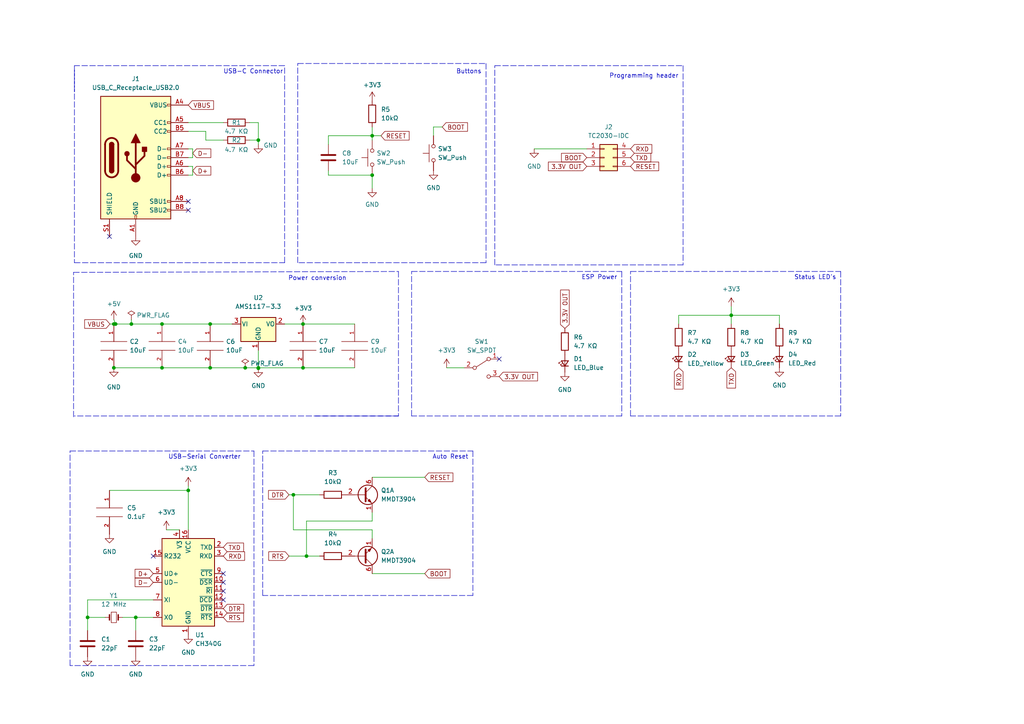
<source format=kicad_sch>
(kicad_sch (version 20211123) (generator eeschema)

  (uuid 3051071c-21be-41f2-bc0c-5af521753e98)

  (paper "A4")

  (lib_symbols
    (symbol "Connector:USB_C_Receptacle_USB2.0" (pin_names (offset 1.016)) (in_bom yes) (on_board yes)
      (property "Reference" "J" (id 0) (at -10.16 19.05 0)
        (effects (font (size 1.27 1.27)) (justify left))
      )
      (property "Value" "USB_C_Receptacle_USB2.0" (id 1) (at 19.05 19.05 0)
        (effects (font (size 1.27 1.27)) (justify right))
      )
      (property "Footprint" "" (id 2) (at 3.81 0 0)
        (effects (font (size 1.27 1.27)) hide)
      )
      (property "Datasheet" "https://www.usb.org/sites/default/files/documents/usb_type-c.zip" (id 3) (at 3.81 0 0)
        (effects (font (size 1.27 1.27)) hide)
      )
      (property "ki_keywords" "usb universal serial bus type-C USB2.0" (id 4) (at 0 0 0)
        (effects (font (size 1.27 1.27)) hide)
      )
      (property "ki_description" "USB 2.0-only Type-C Receptacle connector" (id 5) (at 0 0 0)
        (effects (font (size 1.27 1.27)) hide)
      )
      (property "ki_fp_filters" "USB*C*Receptacle*" (id 6) (at 0 0 0)
        (effects (font (size 1.27 1.27)) hide)
      )
      (symbol "USB_C_Receptacle_USB2.0_0_0"
        (rectangle (start -0.254 -17.78) (end 0.254 -16.764)
          (stroke (width 0) (type default) (color 0 0 0 0))
          (fill (type none))
        )
        (rectangle (start 10.16 -14.986) (end 9.144 -15.494)
          (stroke (width 0) (type default) (color 0 0 0 0))
          (fill (type none))
        )
        (rectangle (start 10.16 -12.446) (end 9.144 -12.954)
          (stroke (width 0) (type default) (color 0 0 0 0))
          (fill (type none))
        )
        (rectangle (start 10.16 -4.826) (end 9.144 -5.334)
          (stroke (width 0) (type default) (color 0 0 0 0))
          (fill (type none))
        )
        (rectangle (start 10.16 -2.286) (end 9.144 -2.794)
          (stroke (width 0) (type default) (color 0 0 0 0))
          (fill (type none))
        )
        (rectangle (start 10.16 0.254) (end 9.144 -0.254)
          (stroke (width 0) (type default) (color 0 0 0 0))
          (fill (type none))
        )
        (rectangle (start 10.16 2.794) (end 9.144 2.286)
          (stroke (width 0) (type default) (color 0 0 0 0))
          (fill (type none))
        )
        (rectangle (start 10.16 7.874) (end 9.144 7.366)
          (stroke (width 0) (type default) (color 0 0 0 0))
          (fill (type none))
        )
        (rectangle (start 10.16 10.414) (end 9.144 9.906)
          (stroke (width 0) (type default) (color 0 0 0 0))
          (fill (type none))
        )
        (rectangle (start 10.16 15.494) (end 9.144 14.986)
          (stroke (width 0) (type default) (color 0 0 0 0))
          (fill (type none))
        )
      )
      (symbol "USB_C_Receptacle_USB2.0_0_1"
        (rectangle (start -10.16 17.78) (end 10.16 -17.78)
          (stroke (width 0.254) (type default) (color 0 0 0 0))
          (fill (type background))
        )
        (arc (start -8.89 -3.81) (mid -6.985 -5.715) (end -5.08 -3.81)
          (stroke (width 0.508) (type default) (color 0 0 0 0))
          (fill (type none))
        )
        (arc (start -7.62 -3.81) (mid -6.985 -4.445) (end -6.35 -3.81)
          (stroke (width 0.254) (type default) (color 0 0 0 0))
          (fill (type none))
        )
        (arc (start -7.62 -3.81) (mid -6.985 -4.445) (end -6.35 -3.81)
          (stroke (width 0.254) (type default) (color 0 0 0 0))
          (fill (type outline))
        )
        (rectangle (start -7.62 -3.81) (end -6.35 3.81)
          (stroke (width 0.254) (type default) (color 0 0 0 0))
          (fill (type outline))
        )
        (arc (start -6.35 3.81) (mid -6.985 4.445) (end -7.62 3.81)
          (stroke (width 0.254) (type default) (color 0 0 0 0))
          (fill (type none))
        )
        (arc (start -6.35 3.81) (mid -6.985 4.445) (end -7.62 3.81)
          (stroke (width 0.254) (type default) (color 0 0 0 0))
          (fill (type outline))
        )
        (arc (start -5.08 3.81) (mid -6.985 5.715) (end -8.89 3.81)
          (stroke (width 0.508) (type default) (color 0 0 0 0))
          (fill (type none))
        )
        (circle (center -2.54 1.143) (radius 0.635)
          (stroke (width 0.254) (type default) (color 0 0 0 0))
          (fill (type outline))
        )
        (circle (center 0 -5.842) (radius 1.27)
          (stroke (width 0) (type default) (color 0 0 0 0))
          (fill (type outline))
        )
        (polyline
          (pts
            (xy -8.89 -3.81)
            (xy -8.89 3.81)
          )
          (stroke (width 0.508) (type default) (color 0 0 0 0))
          (fill (type none))
        )
        (polyline
          (pts
            (xy -5.08 3.81)
            (xy -5.08 -3.81)
          )
          (stroke (width 0.508) (type default) (color 0 0 0 0))
          (fill (type none))
        )
        (polyline
          (pts
            (xy 0 -5.842)
            (xy 0 4.318)
          )
          (stroke (width 0.508) (type default) (color 0 0 0 0))
          (fill (type none))
        )
        (polyline
          (pts
            (xy 0 -3.302)
            (xy -2.54 -0.762)
            (xy -2.54 0.508)
          )
          (stroke (width 0.508) (type default) (color 0 0 0 0))
          (fill (type none))
        )
        (polyline
          (pts
            (xy 0 -2.032)
            (xy 2.54 0.508)
            (xy 2.54 1.778)
          )
          (stroke (width 0.508) (type default) (color 0 0 0 0))
          (fill (type none))
        )
        (polyline
          (pts
            (xy -1.27 4.318)
            (xy 0 6.858)
            (xy 1.27 4.318)
            (xy -1.27 4.318)
          )
          (stroke (width 0.254) (type default) (color 0 0 0 0))
          (fill (type outline))
        )
        (rectangle (start 1.905 1.778) (end 3.175 3.048)
          (stroke (width 0.254) (type default) (color 0 0 0 0))
          (fill (type outline))
        )
      )
      (symbol "USB_C_Receptacle_USB2.0_1_1"
        (pin passive line (at 0 -22.86 90) (length 5.08)
          (name "GND" (effects (font (size 1.27 1.27))))
          (number "A1" (effects (font (size 1.27 1.27))))
        )
        (pin passive line (at 0 -22.86 90) (length 5.08) hide
          (name "GND" (effects (font (size 1.27 1.27))))
          (number "A12" (effects (font (size 1.27 1.27))))
        )
        (pin passive line (at 15.24 15.24 180) (length 5.08)
          (name "VBUS" (effects (font (size 1.27 1.27))))
          (number "A4" (effects (font (size 1.27 1.27))))
        )
        (pin bidirectional line (at 15.24 10.16 180) (length 5.08)
          (name "CC1" (effects (font (size 1.27 1.27))))
          (number "A5" (effects (font (size 1.27 1.27))))
        )
        (pin bidirectional line (at 15.24 -2.54 180) (length 5.08)
          (name "D+" (effects (font (size 1.27 1.27))))
          (number "A6" (effects (font (size 1.27 1.27))))
        )
        (pin bidirectional line (at 15.24 2.54 180) (length 5.08)
          (name "D-" (effects (font (size 1.27 1.27))))
          (number "A7" (effects (font (size 1.27 1.27))))
        )
        (pin bidirectional line (at 15.24 -12.7 180) (length 5.08)
          (name "SBU1" (effects (font (size 1.27 1.27))))
          (number "A8" (effects (font (size 1.27 1.27))))
        )
        (pin passive line (at 15.24 15.24 180) (length 5.08) hide
          (name "VBUS" (effects (font (size 1.27 1.27))))
          (number "A9" (effects (font (size 1.27 1.27))))
        )
        (pin passive line (at 0 -22.86 90) (length 5.08) hide
          (name "GND" (effects (font (size 1.27 1.27))))
          (number "B1" (effects (font (size 1.27 1.27))))
        )
        (pin passive line (at 0 -22.86 90) (length 5.08) hide
          (name "GND" (effects (font (size 1.27 1.27))))
          (number "B12" (effects (font (size 1.27 1.27))))
        )
        (pin passive line (at 15.24 15.24 180) (length 5.08) hide
          (name "VBUS" (effects (font (size 1.27 1.27))))
          (number "B4" (effects (font (size 1.27 1.27))))
        )
        (pin bidirectional line (at 15.24 7.62 180) (length 5.08)
          (name "CC2" (effects (font (size 1.27 1.27))))
          (number "B5" (effects (font (size 1.27 1.27))))
        )
        (pin bidirectional line (at 15.24 -5.08 180) (length 5.08)
          (name "D+" (effects (font (size 1.27 1.27))))
          (number "B6" (effects (font (size 1.27 1.27))))
        )
        (pin bidirectional line (at 15.24 0 180) (length 5.08)
          (name "D-" (effects (font (size 1.27 1.27))))
          (number "B7" (effects (font (size 1.27 1.27))))
        )
        (pin bidirectional line (at 15.24 -15.24 180) (length 5.08)
          (name "SBU2" (effects (font (size 1.27 1.27))))
          (number "B8" (effects (font (size 1.27 1.27))))
        )
        (pin passive line (at 15.24 15.24 180) (length 5.08) hide
          (name "VBUS" (effects (font (size 1.27 1.27))))
          (number "B9" (effects (font (size 1.27 1.27))))
        )
        (pin passive line (at -7.62 -22.86 90) (length 5.08)
          (name "SHIELD" (effects (font (size 1.27 1.27))))
          (number "S1" (effects (font (size 1.27 1.27))))
        )
      )
    )
    (symbol "Connector_Generic:Conn_02x03_Top_Bottom" (pin_names (offset 1.016) hide) (in_bom yes) (on_board yes)
      (property "Reference" "J" (id 0) (at 1.27 5.08 0)
        (effects (font (size 1.27 1.27)))
      )
      (property "Value" "Conn_02x03_Top_Bottom" (id 1) (at 1.27 -5.08 0)
        (effects (font (size 1.27 1.27)))
      )
      (property "Footprint" "" (id 2) (at 0 0 0)
        (effects (font (size 1.27 1.27)) hide)
      )
      (property "Datasheet" "~" (id 3) (at 0 0 0)
        (effects (font (size 1.27 1.27)) hide)
      )
      (property "ki_keywords" "connector" (id 4) (at 0 0 0)
        (effects (font (size 1.27 1.27)) hide)
      )
      (property "ki_description" "Generic connector, double row, 02x03, top/bottom pin numbering scheme (row 1: 1...pins_per_row, row2: pins_per_row+1 ... num_pins), script generated (kicad-library-utils/schlib/autogen/connector/)" (id 5) (at 0 0 0)
        (effects (font (size 1.27 1.27)) hide)
      )
      (property "ki_fp_filters" "Connector*:*_2x??_*" (id 6) (at 0 0 0)
        (effects (font (size 1.27 1.27)) hide)
      )
      (symbol "Conn_02x03_Top_Bottom_1_1"
        (rectangle (start -1.27 -2.413) (end 0 -2.667)
          (stroke (width 0.1524) (type default) (color 0 0 0 0))
          (fill (type none))
        )
        (rectangle (start -1.27 0.127) (end 0 -0.127)
          (stroke (width 0.1524) (type default) (color 0 0 0 0))
          (fill (type none))
        )
        (rectangle (start -1.27 2.667) (end 0 2.413)
          (stroke (width 0.1524) (type default) (color 0 0 0 0))
          (fill (type none))
        )
        (rectangle (start -1.27 3.81) (end 3.81 -3.81)
          (stroke (width 0.254) (type default) (color 0 0 0 0))
          (fill (type background))
        )
        (rectangle (start 3.81 -2.413) (end 2.54 -2.667)
          (stroke (width 0.1524) (type default) (color 0 0 0 0))
          (fill (type none))
        )
        (rectangle (start 3.81 0.127) (end 2.54 -0.127)
          (stroke (width 0.1524) (type default) (color 0 0 0 0))
          (fill (type none))
        )
        (rectangle (start 3.81 2.667) (end 2.54 2.413)
          (stroke (width 0.1524) (type default) (color 0 0 0 0))
          (fill (type none))
        )
        (pin passive line (at -5.08 2.54 0) (length 3.81)
          (name "Pin_1" (effects (font (size 1.27 1.27))))
          (number "1" (effects (font (size 1.27 1.27))))
        )
        (pin passive line (at -5.08 0 0) (length 3.81)
          (name "Pin_2" (effects (font (size 1.27 1.27))))
          (number "2" (effects (font (size 1.27 1.27))))
        )
        (pin passive line (at -5.08 -2.54 0) (length 3.81)
          (name "Pin_3" (effects (font (size 1.27 1.27))))
          (number "3" (effects (font (size 1.27 1.27))))
        )
        (pin passive line (at 7.62 2.54 180) (length 3.81)
          (name "Pin_4" (effects (font (size 1.27 1.27))))
          (number "4" (effects (font (size 1.27 1.27))))
        )
        (pin passive line (at 7.62 0 180) (length 3.81)
          (name "Pin_5" (effects (font (size 1.27 1.27))))
          (number "5" (effects (font (size 1.27 1.27))))
        )
        (pin passive line (at 7.62 -2.54 180) (length 3.81)
          (name "Pin_6" (effects (font (size 1.27 1.27))))
          (number "6" (effects (font (size 1.27 1.27))))
        )
      )
    )
    (symbol "Device:C" (pin_numbers hide) (pin_names (offset 0.254)) (in_bom yes) (on_board yes)
      (property "Reference" "C" (id 0) (at 0.635 2.54 0)
        (effects (font (size 1.27 1.27)) (justify left))
      )
      (property "Value" "C" (id 1) (at 0.635 -2.54 0)
        (effects (font (size 1.27 1.27)) (justify left))
      )
      (property "Footprint" "" (id 2) (at 0.9652 -3.81 0)
        (effects (font (size 1.27 1.27)) hide)
      )
      (property "Datasheet" "~" (id 3) (at 0 0 0)
        (effects (font (size 1.27 1.27)) hide)
      )
      (property "ki_keywords" "cap capacitor" (id 4) (at 0 0 0)
        (effects (font (size 1.27 1.27)) hide)
      )
      (property "ki_description" "Unpolarized capacitor" (id 5) (at 0 0 0)
        (effects (font (size 1.27 1.27)) hide)
      )
      (property "ki_fp_filters" "C_*" (id 6) (at 0 0 0)
        (effects (font (size 1.27 1.27)) hide)
      )
      (symbol "C_0_1"
        (polyline
          (pts
            (xy -2.032 -0.762)
            (xy 2.032 -0.762)
          )
          (stroke (width 0.508) (type default) (color 0 0 0 0))
          (fill (type none))
        )
        (polyline
          (pts
            (xy -2.032 0.762)
            (xy 2.032 0.762)
          )
          (stroke (width 0.508) (type default) (color 0 0 0 0))
          (fill (type none))
        )
      )
      (symbol "C_1_1"
        (pin passive line (at 0 3.81 270) (length 2.794)
          (name "~" (effects (font (size 1.27 1.27))))
          (number "1" (effects (font (size 1.27 1.27))))
        )
        (pin passive line (at 0 -3.81 90) (length 2.794)
          (name "~" (effects (font (size 1.27 1.27))))
          (number "2" (effects (font (size 1.27 1.27))))
        )
      )
    )
    (symbol "Device:Crystal_Small" (pin_numbers hide) (pin_names (offset 1.016) hide) (in_bom yes) (on_board yes)
      (property "Reference" "Y" (id 0) (at 0 2.54 0)
        (effects (font (size 1.27 1.27)))
      )
      (property "Value" "Crystal_Small" (id 1) (at 0 -2.54 0)
        (effects (font (size 1.27 1.27)))
      )
      (property "Footprint" "" (id 2) (at 0 0 0)
        (effects (font (size 1.27 1.27)) hide)
      )
      (property "Datasheet" "~" (id 3) (at 0 0 0)
        (effects (font (size 1.27 1.27)) hide)
      )
      (property "ki_keywords" "quartz ceramic resonator oscillator" (id 4) (at 0 0 0)
        (effects (font (size 1.27 1.27)) hide)
      )
      (property "ki_description" "Two pin crystal, small symbol" (id 5) (at 0 0 0)
        (effects (font (size 1.27 1.27)) hide)
      )
      (property "ki_fp_filters" "Crystal*" (id 6) (at 0 0 0)
        (effects (font (size 1.27 1.27)) hide)
      )
      (symbol "Crystal_Small_0_1"
        (rectangle (start -0.762 -1.524) (end 0.762 1.524)
          (stroke (width 0) (type default) (color 0 0 0 0))
          (fill (type none))
        )
        (polyline
          (pts
            (xy -1.27 -0.762)
            (xy -1.27 0.762)
          )
          (stroke (width 0.381) (type default) (color 0 0 0 0))
          (fill (type none))
        )
        (polyline
          (pts
            (xy 1.27 -0.762)
            (xy 1.27 0.762)
          )
          (stroke (width 0.381) (type default) (color 0 0 0 0))
          (fill (type none))
        )
      )
      (symbol "Crystal_Small_1_1"
        (pin passive line (at -2.54 0 0) (length 1.27)
          (name "1" (effects (font (size 1.27 1.27))))
          (number "1" (effects (font (size 1.27 1.27))))
        )
        (pin passive line (at 2.54 0 180) (length 1.27)
          (name "2" (effects (font (size 1.27 1.27))))
          (number "2" (effects (font (size 1.27 1.27))))
        )
      )
    )
    (symbol "Device:LED_Small" (pin_numbers hide) (pin_names (offset 0.254) hide) (in_bom yes) (on_board yes)
      (property "Reference" "D" (id 0) (at -1.27 3.175 0)
        (effects (font (size 1.27 1.27)) (justify left))
      )
      (property "Value" "LED_Small" (id 1) (at -4.445 -2.54 0)
        (effects (font (size 1.27 1.27)) (justify left))
      )
      (property "Footprint" "" (id 2) (at 0 0 90)
        (effects (font (size 1.27 1.27)) hide)
      )
      (property "Datasheet" "~" (id 3) (at 0 0 90)
        (effects (font (size 1.27 1.27)) hide)
      )
      (property "ki_keywords" "LED diode light-emitting-diode" (id 4) (at 0 0 0)
        (effects (font (size 1.27 1.27)) hide)
      )
      (property "ki_description" "Light emitting diode, small symbol" (id 5) (at 0 0 0)
        (effects (font (size 1.27 1.27)) hide)
      )
      (property "ki_fp_filters" "LED* LED_SMD:* LED_THT:*" (id 6) (at 0 0 0)
        (effects (font (size 1.27 1.27)) hide)
      )
      (symbol "LED_Small_0_1"
        (polyline
          (pts
            (xy -0.762 -1.016)
            (xy -0.762 1.016)
          )
          (stroke (width 0.254) (type default) (color 0 0 0 0))
          (fill (type none))
        )
        (polyline
          (pts
            (xy 1.016 0)
            (xy -0.762 0)
          )
          (stroke (width 0) (type default) (color 0 0 0 0))
          (fill (type none))
        )
        (polyline
          (pts
            (xy 0.762 -1.016)
            (xy -0.762 0)
            (xy 0.762 1.016)
            (xy 0.762 -1.016)
          )
          (stroke (width 0.254) (type default) (color 0 0 0 0))
          (fill (type none))
        )
        (polyline
          (pts
            (xy 0 0.762)
            (xy -0.508 1.27)
            (xy -0.254 1.27)
            (xy -0.508 1.27)
            (xy -0.508 1.016)
          )
          (stroke (width 0) (type default) (color 0 0 0 0))
          (fill (type none))
        )
        (polyline
          (pts
            (xy 0.508 1.27)
            (xy 0 1.778)
            (xy 0.254 1.778)
            (xy 0 1.778)
            (xy 0 1.524)
          )
          (stroke (width 0) (type default) (color 0 0 0 0))
          (fill (type none))
        )
      )
      (symbol "LED_Small_1_1"
        (pin passive line (at -2.54 0 0) (length 1.778)
          (name "K" (effects (font (size 1.27 1.27))))
          (number "1" (effects (font (size 1.27 1.27))))
        )
        (pin passive line (at 2.54 0 180) (length 1.778)
          (name "A" (effects (font (size 1.27 1.27))))
          (number "2" (effects (font (size 1.27 1.27))))
        )
      )
    )
    (symbol "Device:R" (pin_numbers hide) (pin_names (offset 0)) (in_bom yes) (on_board yes)
      (property "Reference" "R" (id 0) (at 2.032 0 90)
        (effects (font (size 1.27 1.27)))
      )
      (property "Value" "R" (id 1) (at 0 0 90)
        (effects (font (size 1.27 1.27)))
      )
      (property "Footprint" "" (id 2) (at -1.778 0 90)
        (effects (font (size 1.27 1.27)) hide)
      )
      (property "Datasheet" "~" (id 3) (at 0 0 0)
        (effects (font (size 1.27 1.27)) hide)
      )
      (property "ki_keywords" "R res resistor" (id 4) (at 0 0 0)
        (effects (font (size 1.27 1.27)) hide)
      )
      (property "ki_description" "Resistor" (id 5) (at 0 0 0)
        (effects (font (size 1.27 1.27)) hide)
      )
      (property "ki_fp_filters" "R_*" (id 6) (at 0 0 0)
        (effects (font (size 1.27 1.27)) hide)
      )
      (symbol "R_0_1"
        (rectangle (start -1.016 -2.54) (end 1.016 2.54)
          (stroke (width 0.254) (type default) (color 0 0 0 0))
          (fill (type none))
        )
      )
      (symbol "R_1_1"
        (pin passive line (at 0 3.81 270) (length 1.27)
          (name "~" (effects (font (size 1.27 1.27))))
          (number "1" (effects (font (size 1.27 1.27))))
        )
        (pin passive line (at 0 -3.81 90) (length 1.27)
          (name "~" (effects (font (size 1.27 1.27))))
          (number "2" (effects (font (size 1.27 1.27))))
        )
      )
    )
    (symbol "Interface_USB:CH340G" (in_bom yes) (on_board yes)
      (property "Reference" "U" (id 0) (at -5.08 13.97 0)
        (effects (font (size 1.27 1.27)) (justify right))
      )
      (property "Value" "CH340G" (id 1) (at 1.27 13.97 0)
        (effects (font (size 1.27 1.27)) (justify left))
      )
      (property "Footprint" "Package_SO:SOIC-16_3.9x9.9mm_P1.27mm" (id 2) (at 1.27 -13.97 0)
        (effects (font (size 1.27 1.27)) (justify left) hide)
      )
      (property "Datasheet" "http://www.datasheet5.com/pdf-local-2195953" (id 3) (at -8.89 20.32 0)
        (effects (font (size 1.27 1.27)) hide)
      )
      (property "ki_keywords" "USB UART Serial Converter Interface" (id 4) (at 0 0 0)
        (effects (font (size 1.27 1.27)) hide)
      )
      (property "ki_description" "USB serial converter, UART, SOIC-16" (id 5) (at 0 0 0)
        (effects (font (size 1.27 1.27)) hide)
      )
      (property "ki_fp_filters" "SOIC*3.9x9.9mm*P1.27mm*" (id 6) (at 0 0 0)
        (effects (font (size 1.27 1.27)) hide)
      )
      (symbol "CH340G_0_1"
        (rectangle (start -7.62 12.7) (end 7.62 -12.7)
          (stroke (width 0.254) (type default) (color 0 0 0 0))
          (fill (type background))
        )
      )
      (symbol "CH340G_1_1"
        (pin power_in line (at 0 -15.24 90) (length 2.54)
          (name "GND" (effects (font (size 1.27 1.27))))
          (number "1" (effects (font (size 1.27 1.27))))
        )
        (pin input line (at 10.16 0 180) (length 2.54)
          (name "~{DSR}" (effects (font (size 1.27 1.27))))
          (number "10" (effects (font (size 1.27 1.27))))
        )
        (pin input line (at 10.16 -2.54 180) (length 2.54)
          (name "~{RI}" (effects (font (size 1.27 1.27))))
          (number "11" (effects (font (size 1.27 1.27))))
        )
        (pin input line (at 10.16 -5.08 180) (length 2.54)
          (name "~{DCD}" (effects (font (size 1.27 1.27))))
          (number "12" (effects (font (size 1.27 1.27))))
        )
        (pin output line (at 10.16 -7.62 180) (length 2.54)
          (name "~{DTR}" (effects (font (size 1.27 1.27))))
          (number "13" (effects (font (size 1.27 1.27))))
        )
        (pin output line (at 10.16 -10.16 180) (length 2.54)
          (name "~{RTS}" (effects (font (size 1.27 1.27))))
          (number "14" (effects (font (size 1.27 1.27))))
        )
        (pin input line (at -10.16 7.62 0) (length 2.54)
          (name "R232" (effects (font (size 1.27 1.27))))
          (number "15" (effects (font (size 1.27 1.27))))
        )
        (pin power_in line (at 0 15.24 270) (length 2.54)
          (name "VCC" (effects (font (size 1.27 1.27))))
          (number "16" (effects (font (size 1.27 1.27))))
        )
        (pin output line (at 10.16 10.16 180) (length 2.54)
          (name "TXD" (effects (font (size 1.27 1.27))))
          (number "2" (effects (font (size 1.27 1.27))))
        )
        (pin input line (at 10.16 7.62 180) (length 2.54)
          (name "RXD" (effects (font (size 1.27 1.27))))
          (number "3" (effects (font (size 1.27 1.27))))
        )
        (pin passive line (at -2.54 15.24 270) (length 2.54)
          (name "V3" (effects (font (size 1.27 1.27))))
          (number "4" (effects (font (size 1.27 1.27))))
        )
        (pin bidirectional line (at -10.16 2.54 0) (length 2.54)
          (name "UD+" (effects (font (size 1.27 1.27))))
          (number "5" (effects (font (size 1.27 1.27))))
        )
        (pin bidirectional line (at -10.16 0 0) (length 2.54)
          (name "UD-" (effects (font (size 1.27 1.27))))
          (number "6" (effects (font (size 1.27 1.27))))
        )
        (pin input line (at -10.16 -5.08 0) (length 2.54)
          (name "XI" (effects (font (size 1.27 1.27))))
          (number "7" (effects (font (size 1.27 1.27))))
        )
        (pin output line (at -10.16 -10.16 0) (length 2.54)
          (name "XO" (effects (font (size 1.27 1.27))))
          (number "8" (effects (font (size 1.27 1.27))))
        )
        (pin input line (at 10.16 2.54 180) (length 2.54)
          (name "~{CTS}" (effects (font (size 1.27 1.27))))
          (number "9" (effects (font (size 1.27 1.27))))
        )
      )
    )
    (symbol "Regulator_Linear:AMS1117-3.3" (pin_names (offset 0.254)) (in_bom yes) (on_board yes)
      (property "Reference" "U" (id 0) (at -3.81 3.175 0)
        (effects (font (size 1.27 1.27)))
      )
      (property "Value" "AMS1117-3.3" (id 1) (at 0 3.175 0)
        (effects (font (size 1.27 1.27)) (justify left))
      )
      (property "Footprint" "Package_TO_SOT_SMD:SOT-223-3_TabPin2" (id 2) (at 0 5.08 0)
        (effects (font (size 1.27 1.27)) hide)
      )
      (property "Datasheet" "http://www.advanced-monolithic.com/pdf/ds1117.pdf" (id 3) (at 2.54 -6.35 0)
        (effects (font (size 1.27 1.27)) hide)
      )
      (property "ki_keywords" "linear regulator ldo fixed positive" (id 4) (at 0 0 0)
        (effects (font (size 1.27 1.27)) hide)
      )
      (property "ki_description" "1A Low Dropout regulator, positive, 3.3V fixed output, SOT-223" (id 5) (at 0 0 0)
        (effects (font (size 1.27 1.27)) hide)
      )
      (property "ki_fp_filters" "SOT?223*TabPin2*" (id 6) (at 0 0 0)
        (effects (font (size 1.27 1.27)) hide)
      )
      (symbol "AMS1117-3.3_0_1"
        (rectangle (start -5.08 -5.08) (end 5.08 1.905)
          (stroke (width 0.254) (type default) (color 0 0 0 0))
          (fill (type background))
        )
      )
      (symbol "AMS1117-3.3_1_1"
        (pin power_in line (at 0 -7.62 90) (length 2.54)
          (name "GND" (effects (font (size 1.27 1.27))))
          (number "1" (effects (font (size 1.27 1.27))))
        )
        (pin power_out line (at 7.62 0 180) (length 2.54)
          (name "VO" (effects (font (size 1.27 1.27))))
          (number "2" (effects (font (size 1.27 1.27))))
        )
        (pin power_in line (at -7.62 0 0) (length 2.54)
          (name "VI" (effects (font (size 1.27 1.27))))
          (number "3" (effects (font (size 1.27 1.27))))
        )
      )
    )
    (symbol "Switch:SW_Push" (pin_numbers hide) (pin_names (offset 1.016) hide) (in_bom yes) (on_board yes)
      (property "Reference" "SW" (id 0) (at 1.27 2.54 0)
        (effects (font (size 1.27 1.27)) (justify left))
      )
      (property "Value" "SW_Push" (id 1) (at 0 -1.524 0)
        (effects (font (size 1.27 1.27)))
      )
      (property "Footprint" "" (id 2) (at 0 5.08 0)
        (effects (font (size 1.27 1.27)) hide)
      )
      (property "Datasheet" "~" (id 3) (at 0 5.08 0)
        (effects (font (size 1.27 1.27)) hide)
      )
      (property "ki_keywords" "switch normally-open pushbutton push-button" (id 4) (at 0 0 0)
        (effects (font (size 1.27 1.27)) hide)
      )
      (property "ki_description" "Push button switch, generic, two pins" (id 5) (at 0 0 0)
        (effects (font (size 1.27 1.27)) hide)
      )
      (symbol "SW_Push_0_1"
        (circle (center -2.032 0) (radius 0.508)
          (stroke (width 0) (type default) (color 0 0 0 0))
          (fill (type none))
        )
        (polyline
          (pts
            (xy 0 1.27)
            (xy 0 3.048)
          )
          (stroke (width 0) (type default) (color 0 0 0 0))
          (fill (type none))
        )
        (polyline
          (pts
            (xy 2.54 1.27)
            (xy -2.54 1.27)
          )
          (stroke (width 0) (type default) (color 0 0 0 0))
          (fill (type none))
        )
        (circle (center 2.032 0) (radius 0.508)
          (stroke (width 0) (type default) (color 0 0 0 0))
          (fill (type none))
        )
        (pin passive line (at -5.08 0 0) (length 2.54)
          (name "1" (effects (font (size 1.27 1.27))))
          (number "1" (effects (font (size 1.27 1.27))))
        )
        (pin passive line (at 5.08 0 180) (length 2.54)
          (name "2" (effects (font (size 1.27 1.27))))
          (number "2" (effects (font (size 1.27 1.27))))
        )
      )
    )
    (symbol "Switch:SW_SPDT" (pin_names (offset 0) hide) (in_bom yes) (on_board yes)
      (property "Reference" "SW" (id 0) (at 0 4.318 0)
        (effects (font (size 1.27 1.27)))
      )
      (property "Value" "SW_SPDT" (id 1) (at 0 -5.08 0)
        (effects (font (size 1.27 1.27)))
      )
      (property "Footprint" "" (id 2) (at 0 0 0)
        (effects (font (size 1.27 1.27)) hide)
      )
      (property "Datasheet" "~" (id 3) (at 0 0 0)
        (effects (font (size 1.27 1.27)) hide)
      )
      (property "ki_keywords" "switch single-pole double-throw spdt ON-ON" (id 4) (at 0 0 0)
        (effects (font (size 1.27 1.27)) hide)
      )
      (property "ki_description" "Switch, single pole double throw" (id 5) (at 0 0 0)
        (effects (font (size 1.27 1.27)) hide)
      )
      (symbol "SW_SPDT_0_0"
        (circle (center -2.032 0) (radius 0.508)
          (stroke (width 0) (type default) (color 0 0 0 0))
          (fill (type none))
        )
        (circle (center 2.032 -2.54) (radius 0.508)
          (stroke (width 0) (type default) (color 0 0 0 0))
          (fill (type none))
        )
      )
      (symbol "SW_SPDT_0_1"
        (polyline
          (pts
            (xy -1.524 0.254)
            (xy 1.651 2.286)
          )
          (stroke (width 0) (type default) (color 0 0 0 0))
          (fill (type none))
        )
        (circle (center 2.032 2.54) (radius 0.508)
          (stroke (width 0) (type default) (color 0 0 0 0))
          (fill (type none))
        )
      )
      (symbol "SW_SPDT_1_1"
        (pin passive line (at 5.08 2.54 180) (length 2.54)
          (name "A" (effects (font (size 1.27 1.27))))
          (number "1" (effects (font (size 1.27 1.27))))
        )
        (pin passive line (at -5.08 0 0) (length 2.54)
          (name "B" (effects (font (size 1.27 1.27))))
          (number "2" (effects (font (size 1.27 1.27))))
        )
        (pin passive line (at 5.08 -2.54 180) (length 2.54)
          (name "C" (effects (font (size 1.27 1.27))))
          (number "3" (effects (font (size 1.27 1.27))))
        )
      )
    )
    (symbol "Transistor_BJT:MMDT3904" (pin_names (offset 0) hide) (in_bom yes) (on_board yes)
      (property "Reference" "Q" (id 0) (at 5.08 1.27 0)
        (effects (font (size 1.27 1.27)) (justify left))
      )
      (property "Value" "MMDT3904" (id 1) (at 5.08 -1.27 0)
        (effects (font (size 1.27 1.27)) (justify left))
      )
      (property "Footprint" "Package_TO_SOT_SMD:SOT-363_SC-70-6" (id 2) (at 5.08 2.54 0)
        (effects (font (size 1.27 1.27)) hide)
      )
      (property "Datasheet" "http://www.diodes.com/_files/datasheets/ds30088.pdf" (id 3) (at 0 0 0)
        (effects (font (size 1.27 1.27)) hide)
      )
      (property "ki_locked" "" (id 4) (at 0 0 0)
        (effects (font (size 1.27 1.27)))
      )
      (property "ki_keywords" "NPN/NPN Transistor" (id 5) (at 0 0 0)
        (effects (font (size 1.27 1.27)) hide)
      )
      (property "ki_description" "200mA IC, 40V Vce, Dual NPN/NPN Transistors, SOT-363" (id 6) (at 0 0 0)
        (effects (font (size 1.27 1.27)) hide)
      )
      (property "ki_fp_filters" "SOT?363*" (id 7) (at 0 0 0)
        (effects (font (size 1.27 1.27)) hide)
      )
      (symbol "MMDT3904_0_1"
        (polyline
          (pts
            (xy 0.635 0)
            (xy -2.54 0)
          )
          (stroke (width 0) (type default) (color 0 0 0 0))
          (fill (type none))
        )
        (polyline
          (pts
            (xy 0.635 0.635)
            (xy 2.54 2.54)
          )
          (stroke (width 0) (type default) (color 0 0 0 0))
          (fill (type none))
        )
        (polyline
          (pts
            (xy 0.635 -0.635)
            (xy 2.54 -2.54)
            (xy 2.54 -2.54)
          )
          (stroke (width 0) (type default) (color 0 0 0 0))
          (fill (type none))
        )
        (polyline
          (pts
            (xy 0.635 1.905)
            (xy 0.635 -1.905)
            (xy 0.635 -1.905)
          )
          (stroke (width 0.508) (type default) (color 0 0 0 0))
          (fill (type none))
        )
        (polyline
          (pts
            (xy 1.27 -1.778)
            (xy 1.778 -1.27)
            (xy 2.286 -2.286)
            (xy 1.27 -1.778)
            (xy 1.27 -1.778)
          )
          (stroke (width 0) (type default) (color 0 0 0 0))
          (fill (type outline))
        )
        (circle (center 1.27 0) (radius 2.8194)
          (stroke (width 0.254) (type default) (color 0 0 0 0))
          (fill (type none))
        )
      )
      (symbol "MMDT3904_1_1"
        (pin passive line (at 2.54 -5.08 90) (length 2.54)
          (name "E1" (effects (font (size 1.27 1.27))))
          (number "1" (effects (font (size 1.27 1.27))))
        )
        (pin input line (at -5.08 0 0) (length 2.54)
          (name "B1" (effects (font (size 1.27 1.27))))
          (number "2" (effects (font (size 1.27 1.27))))
        )
        (pin passive line (at 2.54 5.08 270) (length 2.54)
          (name "C1" (effects (font (size 1.27 1.27))))
          (number "6" (effects (font (size 1.27 1.27))))
        )
      )
      (symbol "MMDT3904_2_1"
        (pin passive line (at 2.54 5.08 270) (length 2.54)
          (name "C2" (effects (font (size 1.27 1.27))))
          (number "3" (effects (font (size 1.27 1.27))))
        )
        (pin passive line (at 2.54 -5.08 90) (length 2.54)
          (name "E2" (effects (font (size 1.27 1.27))))
          (number "4" (effects (font (size 1.27 1.27))))
        )
        (pin input line (at -5.08 0 0) (length 2.54)
          (name "B2" (effects (font (size 1.27 1.27))))
          (number "5" (effects (font (size 1.27 1.27))))
        )
      )
    )
    (symbol "power:+3.3V" (power) (pin_names (offset 0)) (in_bom yes) (on_board yes)
      (property "Reference" "#PWR" (id 0) (at 0 -3.81 0)
        (effects (font (size 1.27 1.27)) hide)
      )
      (property "Value" "+3.3V" (id 1) (at 0 3.556 0)
        (effects (font (size 1.27 1.27)))
      )
      (property "Footprint" "" (id 2) (at 0 0 0)
        (effects (font (size 1.27 1.27)) hide)
      )
      (property "Datasheet" "" (id 3) (at 0 0 0)
        (effects (font (size 1.27 1.27)) hide)
      )
      (property "ki_keywords" "power-flag" (id 4) (at 0 0 0)
        (effects (font (size 1.27 1.27)) hide)
      )
      (property "ki_description" "Power symbol creates a global label with name \"+3.3V\"" (id 5) (at 0 0 0)
        (effects (font (size 1.27 1.27)) hide)
      )
      (symbol "+3.3V_0_1"
        (polyline
          (pts
            (xy -0.762 1.27)
            (xy 0 2.54)
          )
          (stroke (width 0) (type default) (color 0 0 0 0))
          (fill (type none))
        )
        (polyline
          (pts
            (xy 0 0)
            (xy 0 2.54)
          )
          (stroke (width 0) (type default) (color 0 0 0 0))
          (fill (type none))
        )
        (polyline
          (pts
            (xy 0 2.54)
            (xy 0.762 1.27)
          )
          (stroke (width 0) (type default) (color 0 0 0 0))
          (fill (type none))
        )
      )
      (symbol "+3.3V_1_1"
        (pin power_in line (at 0 0 90) (length 0) hide
          (name "+3V3" (effects (font (size 1.27 1.27))))
          (number "1" (effects (font (size 1.27 1.27))))
        )
      )
    )
    (symbol "power:+5V" (power) (pin_names (offset 0)) (in_bom yes) (on_board yes)
      (property "Reference" "#PWR" (id 0) (at 0 -3.81 0)
        (effects (font (size 1.27 1.27)) hide)
      )
      (property "Value" "+5V" (id 1) (at 0 3.556 0)
        (effects (font (size 1.27 1.27)))
      )
      (property "Footprint" "" (id 2) (at 0 0 0)
        (effects (font (size 1.27 1.27)) hide)
      )
      (property "Datasheet" "" (id 3) (at 0 0 0)
        (effects (font (size 1.27 1.27)) hide)
      )
      (property "ki_keywords" "power-flag" (id 4) (at 0 0 0)
        (effects (font (size 1.27 1.27)) hide)
      )
      (property "ki_description" "Power symbol creates a global label with name \"+5V\"" (id 5) (at 0 0 0)
        (effects (font (size 1.27 1.27)) hide)
      )
      (symbol "+5V_0_1"
        (polyline
          (pts
            (xy -0.762 1.27)
            (xy 0 2.54)
          )
          (stroke (width 0) (type default) (color 0 0 0 0))
          (fill (type none))
        )
        (polyline
          (pts
            (xy 0 0)
            (xy 0 2.54)
          )
          (stroke (width 0) (type default) (color 0 0 0 0))
          (fill (type none))
        )
        (polyline
          (pts
            (xy 0 2.54)
            (xy 0.762 1.27)
          )
          (stroke (width 0) (type default) (color 0 0 0 0))
          (fill (type none))
        )
      )
      (symbol "+5V_1_1"
        (pin power_in line (at 0 0 90) (length 0) hide
          (name "+5V" (effects (font (size 1.27 1.27))))
          (number "1" (effects (font (size 1.27 1.27))))
        )
      )
    )
    (symbol "power:GND" (power) (pin_names (offset 0)) (in_bom yes) (on_board yes)
      (property "Reference" "#PWR" (id 0) (at 0 -6.35 0)
        (effects (font (size 1.27 1.27)) hide)
      )
      (property "Value" "GND" (id 1) (at 0 -3.81 0)
        (effects (font (size 1.27 1.27)))
      )
      (property "Footprint" "" (id 2) (at 0 0 0)
        (effects (font (size 1.27 1.27)) hide)
      )
      (property "Datasheet" "" (id 3) (at 0 0 0)
        (effects (font (size 1.27 1.27)) hide)
      )
      (property "ki_keywords" "power-flag" (id 4) (at 0 0 0)
        (effects (font (size 1.27 1.27)) hide)
      )
      (property "ki_description" "Power symbol creates a global label with name \"GND\" , ground" (id 5) (at 0 0 0)
        (effects (font (size 1.27 1.27)) hide)
      )
      (symbol "GND_0_1"
        (polyline
          (pts
            (xy 0 0)
            (xy 0 -1.27)
            (xy 1.27 -1.27)
            (xy 0 -2.54)
            (xy -1.27 -1.27)
            (xy 0 -1.27)
          )
          (stroke (width 0) (type default) (color 0 0 0 0))
          (fill (type none))
        )
      )
      (symbol "GND_1_1"
        (pin power_in line (at 0 0 270) (length 0) hide
          (name "GND" (effects (font (size 1.27 1.27))))
          (number "1" (effects (font (size 1.27 1.27))))
        )
      )
    )
    (symbol "power:PWR_FLAG" (power) (pin_numbers hide) (pin_names (offset 0) hide) (in_bom yes) (on_board yes)
      (property "Reference" "#FLG" (id 0) (at 0 1.905 0)
        (effects (font (size 1.27 1.27)) hide)
      )
      (property "Value" "PWR_FLAG" (id 1) (at 0 3.81 0)
        (effects (font (size 1.27 1.27)))
      )
      (property "Footprint" "" (id 2) (at 0 0 0)
        (effects (font (size 1.27 1.27)) hide)
      )
      (property "Datasheet" "~" (id 3) (at 0 0 0)
        (effects (font (size 1.27 1.27)) hide)
      )
      (property "ki_keywords" "power-flag" (id 4) (at 0 0 0)
        (effects (font (size 1.27 1.27)) hide)
      )
      (property "ki_description" "Special symbol for telling ERC where power comes from" (id 5) (at 0 0 0)
        (effects (font (size 1.27 1.27)) hide)
      )
      (symbol "PWR_FLAG_0_0"
        (pin power_out line (at 0 0 90) (length 0)
          (name "pwr" (effects (font (size 1.27 1.27))))
          (number "1" (effects (font (size 1.27 1.27))))
        )
      )
      (symbol "PWR_FLAG_0_1"
        (polyline
          (pts
            (xy 0 0)
            (xy 0 1.27)
            (xy -1.016 1.905)
            (xy 0 2.54)
            (xy 1.016 1.905)
            (xy 0 1.27)
          )
          (stroke (width 0) (type default) (color 0 0 0 0))
          (fill (type none))
        )
      )
    )
    (symbol "pspice:CAP" (pin_names (offset 0.254)) (in_bom yes) (on_board yes)
      (property "Reference" "C" (id 0) (at 2.54 3.81 90)
        (effects (font (size 1.27 1.27)))
      )
      (property "Value" "CAP" (id 1) (at 2.54 -3.81 90)
        (effects (font (size 1.27 1.27)))
      )
      (property "Footprint" "" (id 2) (at 0 0 0)
        (effects (font (size 1.27 1.27)) hide)
      )
      (property "Datasheet" "~" (id 3) (at 0 0 0)
        (effects (font (size 1.27 1.27)) hide)
      )
      (property "ki_keywords" "simulation" (id 4) (at 0 0 0)
        (effects (font (size 1.27 1.27)) hide)
      )
      (property "ki_description" "Capacitor symbol for simulation only" (id 5) (at 0 0 0)
        (effects (font (size 1.27 1.27)) hide)
      )
      (symbol "CAP_0_1"
        (polyline
          (pts
            (xy -3.81 -1.27)
            (xy 3.81 -1.27)
          )
          (stroke (width 0) (type default) (color 0 0 0 0))
          (fill (type none))
        )
        (polyline
          (pts
            (xy -3.81 1.27)
            (xy 3.81 1.27)
          )
          (stroke (width 0) (type default) (color 0 0 0 0))
          (fill (type none))
        )
      )
      (symbol "CAP_1_1"
        (pin passive line (at 0 6.35 270) (length 5.08)
          (name "~" (effects (font (size 1.016 1.016))))
          (number "1" (effects (font (size 1.016 1.016))))
        )
        (pin passive line (at 0 -6.35 90) (length 5.08)
          (name "~" (effects (font (size 1.016 1.016))))
          (number "2" (effects (font (size 1.016 1.016))))
        )
      )
    )
  )

  (junction (at 212.09 91.44) (diameter 0) (color 0 0 0 0)
    (uuid 008ac224-7373-4927-a4e7-33ed1cca870f)
  )
  (junction (at 87.884 106.68) (diameter 0) (color 0 0 0 0)
    (uuid 2797c2c7-dc52-40ed-a999-64ab80271be0)
  )
  (junction (at 33.02 106.68) (diameter 0) (color 0 0 0 0)
    (uuid 289a85c2-f247-4f96-8cb8-26f4bb9cd36e)
  )
  (junction (at 60.96 106.68) (diameter 0) (color 0 0 0 0)
    (uuid 2d26e95a-0584-42b7-856c-1e1be52d850d)
  )
  (junction (at 88.9 161.29) (diameter 0) (color 0 0 0 0)
    (uuid 31b46de3-9224-4f25-a5b5-6543536d78a3)
  )
  (junction (at 71.12 106.68) (diameter 0) (color 0 0 0 0)
    (uuid 46ff68e8-9fa9-47b4-a950-bf0ad5fc4dcd)
  )
  (junction (at 33.02 93.98) (diameter 0) (color 0 0 0 0)
    (uuid 4a5d812d-c8a8-4d5e-9118-e4c6a404b127)
  )
  (junction (at 87.884 93.98) (diameter 0) (color 0 0 0 0)
    (uuid 4faa5051-664b-481c-8550-bd7f8fe154ac)
  )
  (junction (at 107.95 39.37) (diameter 0) (color 0 0 0 0)
    (uuid 77af1182-93df-4d19-9372-380156be037c)
  )
  (junction (at 25.4 179.07) (diameter 0) (color 0 0 0 0)
    (uuid 8167c6e7-e9b6-4390-936c-21696b1c17c5)
  )
  (junction (at 39.37 179.07) (diameter 0) (color 0 0 0 0)
    (uuid 838a9489-9e2e-4f12-8b0c-ba86ae3be0a0)
  )
  (junction (at 33.528 93.98) (diameter 0) (color 0 0 0 0)
    (uuid 8c70a97b-61fa-40af-b64f-4d7b4bf755a2)
  )
  (junction (at 74.93 106.807) (diameter 0) (color 0 0 0 0)
    (uuid 956ff093-7026-464e-9b1d-c27e20b13fcc)
  )
  (junction (at 54.61 142.24) (diameter 0) (color 0 0 0 0)
    (uuid 9b19a9b8-7a9e-4f95-9e33-f06881dd01ba)
  )
  (junction (at 46.99 93.98) (diameter 0) (color 0 0 0 0)
    (uuid 9ed9b3d5-b2ef-4c13-b7b6-3bdf14089bf2)
  )
  (junction (at 74.93 40.64) (diameter 0) (color 0 0 0 0)
    (uuid bc8171f2-e07b-4a83-8cf5-ba28bd506ba3)
  )
  (junction (at 46.99 106.68) (diameter 0) (color 0 0 0 0)
    (uuid beda2c36-d70c-48b9-94ec-4eb9df867940)
  )
  (junction (at 85.09 143.51) (diameter 0) (color 0 0 0 0)
    (uuid d340babe-1af6-4707-bba0-25cc054af740)
  )
  (junction (at 60.96 93.98) (diameter 0) (color 0 0 0 0)
    (uuid d3814b28-1f5f-4156-9f64-1e65c0f5a94c)
  )
  (junction (at 38.1 93.98) (diameter 0) (color 0 0 0 0)
    (uuid e491c707-ce26-4cbd-9f63-b2f4e52e44af)
  )
  (junction (at 107.95 50.8) (diameter 0) (color 0 0 0 0)
    (uuid e8c3b831-ba02-4e4a-bc2e-4a9b93339fa9)
  )
  (junction (at 74.93 106.68) (diameter 0) (color 0 0 0 0)
    (uuid ea58e053-50c6-4325-9102-9fe799e20c0b)
  )

  (no_connect (at 64.77 166.37) (uuid 5fbe0b38-07c0-4f52-be80-28022cb19165))
  (no_connect (at 44.45 161.29) (uuid 5fbe0b38-07c0-4f52-be80-28022cb19166))
  (no_connect (at 54.61 58.42) (uuid 64669a2a-60de-4d2d-b052-387b4744771f))
  (no_connect (at 144.78 104.14) (uuid 8e1bb317-ff28-4e2b-abff-ad80e3f60cf7))
  (no_connect (at 64.77 168.91) (uuid b9967544-8a5c-46e6-9cf7-052f392aaf92))
  (no_connect (at 64.77 173.99) (uuid bdb8a4f9-5b08-45bd-a5b4-5c55f84e94ac))
  (no_connect (at 54.61 60.96) (uuid d3a3e8ea-3d25-468a-bcb0-72927847a78b))
  (no_connect (at 64.77 171.45) (uuid f1ce87dd-187b-43e6-a2d5-5cdf48405e3d))
  (no_connect (at 31.75 68.58) (uuid f61a9f62-6e41-4331-8a4d-eb250188fd9a))

  (wire (pts (xy 87.884 93.98) (xy 102.87 93.98))
    (stroke (width 0) (type default) (color 0 0 0 0))
    (uuid 004eb32b-7d88-4cba-b292-ed53b49421f6)
  )
  (polyline (pts (xy 21.336 120.904) (xy 21.336 78.994))
    (stroke (width 0) (type default) (color 0 0 0 0))
    (uuid 02323c11-5b21-4f8d-a8ce-550c6a2076e6)
  )

  (wire (pts (xy 107.95 50.8) (xy 107.95 54.61))
    (stroke (width 0) (type default) (color 0 0 0 0))
    (uuid 02eb1f08-9a2e-4e42-a83a-25fea5243ef5)
  )
  (polyline (pts (xy 180.34 78.74) (xy 180.34 120.65))
    (stroke (width 0) (type default) (color 0 0 0 0))
    (uuid 0f09d988-e22d-448e-b2e8-d4c073fd43a7)
  )
  (polyline (pts (xy 140.97 18.415) (xy 140.97 76.2))
    (stroke (width 0) (type default) (color 0 0 0 0))
    (uuid 1019af81-d853-4e85-940d-f1a70e0c3bda)
  )

  (wire (pts (xy 54.61 38.1) (xy 59.69 38.1))
    (stroke (width 0) (type default) (color 0 0 0 0))
    (uuid 14df32fd-e4db-43fc-90d2-6d2b0682c90a)
  )
  (wire (pts (xy 46.99 93.98) (xy 60.96 93.98))
    (stroke (width 0) (type default) (color 0 0 0 0))
    (uuid 1850db0b-b3bc-4e60-8b97-7e2d3b06ce12)
  )
  (wire (pts (xy 74.93 40.64) (xy 74.93 35.56))
    (stroke (width 0) (type default) (color 0 0 0 0))
    (uuid 1862fac9-2e55-4449-abed-5576afcde9a5)
  )
  (polyline (pts (xy 86.36 18.415) (xy 140.97 18.415))
    (stroke (width 0) (type default) (color 0 0 0 0))
    (uuid 20b8a304-55d0-4d20-b22c-c360785f55c6)
  )

  (wire (pts (xy 38.1 92.71) (xy 38.1 93.98))
    (stroke (width 0) (type default) (color 0 0 0 0))
    (uuid 2263f90a-04f3-4526-a429-2d797533054b)
  )
  (polyline (pts (xy 21.59 20.32) (xy 21.59 76.2))
    (stroke (width 0) (type default) (color 0 0 0 0))
    (uuid 22a5f5e7-efab-4a72-928a-2770fc425dd4)
  )

  (wire (pts (xy 212.09 91.44) (xy 212.09 93.98))
    (stroke (width 0) (type default) (color 0 0 0 0))
    (uuid 2631a4c1-0eba-4aa0-ae61-1c9d85b9dbc3)
  )
  (polyline (pts (xy 140.97 76.2) (xy 86.36 76.2))
    (stroke (width 0) (type default) (color 0 0 0 0))
    (uuid 29a7691f-65a8-4d8d-aaed-d9dbb985f596)
  )
  (polyline (pts (xy 137.16 130.81) (xy 137.16 172.72))
    (stroke (width 0) (type default) (color 0 0 0 0))
    (uuid 2a05891f-d740-42e3-8dfb-7b7d467bb272)
  )

  (wire (pts (xy 55.88 43.18) (xy 55.88 45.72))
    (stroke (width 0) (type default) (color 0 0 0 0))
    (uuid 2bdda75d-a3c0-4019-883c-28627216e9cb)
  )
  (wire (pts (xy 196.85 91.44) (xy 212.09 91.44))
    (stroke (width 0) (type default) (color 0 0 0 0))
    (uuid 2e8e29c3-b052-4b6e-83c2-e31b158459ea)
  )
  (wire (pts (xy 33.02 93.98) (xy 33.528 93.98))
    (stroke (width 0) (type default) (color 0 0 0 0))
    (uuid 2f86551d-6560-43d3-a67e-cb51aab8a883)
  )
  (wire (pts (xy 25.4 179.07) (xy 25.4 182.88))
    (stroke (width 0) (type default) (color 0 0 0 0))
    (uuid 32bd9b1d-ac57-43ea-b1ee-39a9c4285cc5)
  )
  (wire (pts (xy 95.25 49.53) (xy 95.25 50.8))
    (stroke (width 0) (type default) (color 0 0 0 0))
    (uuid 331c23e3-e4c3-4c7a-af46-783d3addc5d0)
  )
  (polyline (pts (xy 73.66 130.81) (xy 73.66 193.04))
    (stroke (width 0) (type default) (color 0 0 0 0))
    (uuid 343fc805-2ff7-494e-83c5-9104149666f3)
  )

  (wire (pts (xy 54.61 142.24) (xy 54.61 153.67))
    (stroke (width 0) (type default) (color 0 0 0 0))
    (uuid 3a1b6640-ada2-4445-9d79-9de12104990a)
  )
  (wire (pts (xy 35.56 179.07) (xy 39.37 179.07))
    (stroke (width 0) (type default) (color 0 0 0 0))
    (uuid 3cb08e77-4fbc-4a82-a034-f366f58ef4ea)
  )
  (wire (pts (xy 226.06 93.98) (xy 226.06 91.44))
    (stroke (width 0) (type default) (color 0 0 0 0))
    (uuid 3ce8f40a-cf7c-4617-8935-02949a392c64)
  )
  (wire (pts (xy 44.45 173.99) (xy 25.4 173.99))
    (stroke (width 0) (type default) (color 0 0 0 0))
    (uuid 3d1903a8-a421-44c4-b0f8-4580352e3d28)
  )
  (polyline (pts (xy 82.55 19.05) (xy 21.59 19.05))
    (stroke (width 0) (type default) (color 0 0 0 0))
    (uuid 3d321a38-a721-4757-8396-04404fa49710)
  )
  (polyline (pts (xy 182.88 120.65) (xy 182.88 78.74))
    (stroke (width 0) (type default) (color 0 0 0 0))
    (uuid 3f643f68-36c7-40ad-881c-500dce6e019f)
  )
  (polyline (pts (xy 143.51 19.05) (xy 198.12 19.05))
    (stroke (width 0) (type default) (color 0 0 0 0))
    (uuid 3ffab477-1088-49af-902d-292c5656aa2a)
  )

  (wire (pts (xy 59.69 38.1) (xy 59.69 40.64))
    (stroke (width 0) (type default) (color 0 0 0 0))
    (uuid 40417350-4caa-44ae-b402-ca601dd5ebd4)
  )
  (polyline (pts (xy 76.2 172.72) (xy 76.2 130.81))
    (stroke (width 0) (type default) (color 0 0 0 0))
    (uuid 4075feff-2d82-4206-b114-2b537b05f49e)
  )

  (wire (pts (xy 82.55 93.98) (xy 87.884 93.98))
    (stroke (width 0) (type default) (color 0 0 0 0))
    (uuid 418cf1ba-079e-41ba-b3d0-1f64478df366)
  )
  (wire (pts (xy 88.9 151.13) (xy 88.9 161.29))
    (stroke (width 0) (type default) (color 0 0 0 0))
    (uuid 42dd8d44-9dc1-40a6-adfa-82aa2bc4fc6c)
  )
  (polyline (pts (xy 198.12 19.05) (xy 198.12 76.835))
    (stroke (width 0) (type default) (color 0 0 0 0))
    (uuid 45340039-72d0-47c3-9151-c4d29efe6a35)
  )

  (wire (pts (xy 59.69 40.64) (xy 64.77 40.64))
    (stroke (width 0) (type default) (color 0 0 0 0))
    (uuid 46607858-13e8-41c6-83bb-86f4087d967b)
  )
  (polyline (pts (xy 198.12 76.835) (xy 143.51 76.835))
    (stroke (width 0) (type default) (color 0 0 0 0))
    (uuid 4ccfab82-6a29-49ac-a498-c5f0513e43c4)
  )
  (polyline (pts (xy 119.38 78.74) (xy 180.34 78.74))
    (stroke (width 0) (type default) (color 0 0 0 0))
    (uuid 51196c78-56d7-4966-9ee2-a07edba7b8fe)
  )
  (polyline (pts (xy 20.32 130.81) (xy 73.66 130.81))
    (stroke (width 0) (type default) (color 0 0 0 0))
    (uuid 5525e316-8709-4d20-b643-0fda0a1f8db6)
  )
  (polyline (pts (xy 73.66 193.04) (xy 20.32 193.04))
    (stroke (width 0) (type default) (color 0 0 0 0))
    (uuid 56b4b857-5cba-4b9d-8e02-aeabdb8d089e)
  )
  (polyline (pts (xy 21.336 78.994) (xy 115.57 78.74))
    (stroke (width 0) (type default) (color 0 0 0 0))
    (uuid 574f4395-6d3d-4feb-97c2-70d2f57af831)
  )

  (wire (pts (xy 25.4 173.99) (xy 25.4 179.07))
    (stroke (width 0) (type default) (color 0 0 0 0))
    (uuid 5753e40d-11c3-4e87-a5a2-701755af251d)
  )
  (wire (pts (xy 54.61 140.97) (xy 54.61 142.24))
    (stroke (width 0) (type default) (color 0 0 0 0))
    (uuid 57f63fed-c6f7-4980-8af8-147391b6f2d7)
  )
  (wire (pts (xy 55.88 45.72) (xy 54.61 45.72))
    (stroke (width 0) (type default) (color 0 0 0 0))
    (uuid 591ea5c8-75d3-4ee9-99bd-9fc15fe92290)
  )
  (wire (pts (xy 74.93 106.68) (xy 87.884 106.68))
    (stroke (width 0) (type default) (color 0 0 0 0))
    (uuid 5f0ca747-e891-4263-b52d-bd19b8c2ad11)
  )
  (wire (pts (xy 55.88 48.26) (xy 55.88 50.8))
    (stroke (width 0) (type default) (color 0 0 0 0))
    (uuid 6158fdb0-847f-47c2-97a7-8d2133f2eda0)
  )
  (wire (pts (xy 95.25 41.91) (xy 95.25 39.37))
    (stroke (width 0) (type default) (color 0 0 0 0))
    (uuid 617dfee6-1631-4fd9-a64c-43b920609c14)
  )
  (wire (pts (xy 154.94 43.18) (xy 170.18 43.18))
    (stroke (width 0) (type default) (color 0 0 0 0))
    (uuid 6489aac2-4d9a-465b-9a13-7cd4c0fb75fb)
  )
  (wire (pts (xy 25.4 179.07) (xy 30.48 179.07))
    (stroke (width 0) (type default) (color 0 0 0 0))
    (uuid 64f18012-972c-4969-8322-fdbcc7cd6583)
  )
  (wire (pts (xy 55.88 50.8) (xy 54.61 50.8))
    (stroke (width 0) (type default) (color 0 0 0 0))
    (uuid 658d602d-8ce1-4df6-bbc8-c9c1fdaae68e)
  )
  (wire (pts (xy 88.9 151.13) (xy 107.95 151.13))
    (stroke (width 0) (type default) (color 0 0 0 0))
    (uuid 65bb0094-4d43-4286-bbf7-c2962c497a0a)
  )
  (wire (pts (xy 74.93 40.64) (xy 72.39 40.64))
    (stroke (width 0) (type default) (color 0 0 0 0))
    (uuid 65daffb5-070d-40e5-b394-4c2f95460d55)
  )
  (wire (pts (xy 54.61 43.18) (xy 55.88 43.18))
    (stroke (width 0) (type default) (color 0 0 0 0))
    (uuid 6785ec2d-590a-43cf-9cf0-e83462954656)
  )
  (wire (pts (xy 95.25 39.37) (xy 107.95 39.37))
    (stroke (width 0) (type default) (color 0 0 0 0))
    (uuid 679dc75c-d4c2-4a94-8222-8d3b20c71ac4)
  )
  (wire (pts (xy 31.75 142.24) (xy 54.61 142.24))
    (stroke (width 0) (type default) (color 0 0 0 0))
    (uuid 67fe2dbd-b066-4ecd-b8b8-fe34edeb1e43)
  )
  (wire (pts (xy 74.93 41.91) (xy 74.93 40.64))
    (stroke (width 0) (type default) (color 0 0 0 0))
    (uuid 681fdb99-0cd2-45eb-898c-89b4d1f5b022)
  )
  (wire (pts (xy 33.528 93.98) (xy 38.1 93.98))
    (stroke (width 0) (type default) (color 0 0 0 0))
    (uuid 6a36e134-90ff-4912-9527-12c8082001f4)
  )
  (wire (pts (xy 129.54 106.68) (xy 134.62 106.68))
    (stroke (width 0) (type default) (color 0 0 0 0))
    (uuid 6a966b16-30de-49e6-8a9c-78577bdd0e27)
  )
  (wire (pts (xy 88.9 161.29) (xy 92.71 161.29))
    (stroke (width 0) (type default) (color 0 0 0 0))
    (uuid 6ac9fdaa-f3e3-482a-83da-79de58bb9731)
  )
  (wire (pts (xy 107.95 166.37) (xy 123.19 166.37))
    (stroke (width 0) (type default) (color 0 0 0 0))
    (uuid 6d7aba52-c712-4743-9e13-547da5a6529c)
  )
  (wire (pts (xy 87.884 106.68) (xy 102.87 106.68))
    (stroke (width 0) (type default) (color 0 0 0 0))
    (uuid 6e11ed24-c43a-4d32-bae7-6ad9e029fdd0)
  )
  (polyline (pts (xy 21.59 76.2) (xy 82.55 76.2))
    (stroke (width 0) (type default) (color 0 0 0 0))
    (uuid 71af6738-97e5-42a7-b865-03f4f787e071)
  )
  (polyline (pts (xy 82.55 76.2) (xy 82.55 19.05))
    (stroke (width 0) (type default) (color 0 0 0 0))
    (uuid 78394d2a-c349-43cd-80b7-3d38770cffe0)
  )

  (wire (pts (xy 226.06 91.44) (xy 212.09 91.44))
    (stroke (width 0) (type default) (color 0 0 0 0))
    (uuid 78b269b0-7281-4df6-96c5-4a5eb85dd32f)
  )
  (wire (pts (xy 44.45 179.07) (xy 39.37 179.07))
    (stroke (width 0) (type default) (color 0 0 0 0))
    (uuid 7a2dc7e7-6f0f-4da1-805b-4b3f39f608c3)
  )
  (wire (pts (xy 54.61 48.26) (xy 55.88 48.26))
    (stroke (width 0) (type default) (color 0 0 0 0))
    (uuid 7ba1a428-78d5-4667-8adb-dd383c0f7f89)
  )
  (polyline (pts (xy 243.84 120.65) (xy 182.88 120.65))
    (stroke (width 0) (type default) (color 0 0 0 0))
    (uuid 7d17ef88-15f7-46c5-8dfd-fdf8b12e26ac)
  )

  (wire (pts (xy 48.26 153.67) (xy 52.07 153.67))
    (stroke (width 0) (type default) (color 0 0 0 0))
    (uuid 7d253dfe-3e03-4222-b380-48fd6e77b623)
  )
  (polyline (pts (xy 21.59 19.05) (xy 21.59 26.67))
    (stroke (width 0) (type default) (color 0 0 0 0))
    (uuid 80099f35-f8b9-47ba-bddd-2438a0bbe40c)
  )

  (wire (pts (xy 107.95 148.59) (xy 107.95 151.13))
    (stroke (width 0) (type default) (color 0 0 0 0))
    (uuid 82057a81-93a6-4ca2-97d8-f2a83aed7f10)
  )
  (polyline (pts (xy 180.34 120.65) (xy 119.38 120.65))
    (stroke (width 0) (type default) (color 0 0 0 0))
    (uuid 8a25c735-814c-43a7-ac1e-609d027facf7)
  )
  (polyline (pts (xy 119.38 120.65) (xy 119.38 78.74))
    (stroke (width 0) (type default) (color 0 0 0 0))
    (uuid 8a407650-8722-4909-9c75-d889f1501b8c)
  )

  (wire (pts (xy 74.93 35.56) (xy 72.39 35.56))
    (stroke (width 0) (type default) (color 0 0 0 0))
    (uuid 8fe8a9cc-69a8-4736-ad53-c7ca511e1721)
  )
  (wire (pts (xy 107.95 39.37) (xy 107.95 40.64))
    (stroke (width 0) (type default) (color 0 0 0 0))
    (uuid 92ef17b5-407b-4c68-a042-faa52986a556)
  )
  (wire (pts (xy 33.02 106.68) (xy 46.99 106.68))
    (stroke (width 0) (type default) (color 0 0 0 0))
    (uuid 930a2fa6-06c7-4c2c-a51c-7d64e4f89d3c)
  )
  (polyline (pts (xy 115.57 78.74) (xy 115.57 120.65))
    (stroke (width 0) (type default) (color 0 0 0 0))
    (uuid 9e9670a2-1806-48bd-96d9-3d3541294950)
  )

  (wire (pts (xy 71.12 106.68) (xy 74.93 106.68))
    (stroke (width 0) (type default) (color 0 0 0 0))
    (uuid 9f533c0c-4486-4181-81cf-9335dee5564a)
  )
  (wire (pts (xy 107.95 39.37) (xy 110.49 39.37))
    (stroke (width 0) (type default) (color 0 0 0 0))
    (uuid a0577404-cfb4-4472-b2b3-fb0be97f935b)
  )
  (wire (pts (xy 60.96 106.68) (xy 71.12 106.68))
    (stroke (width 0) (type default) (color 0 0 0 0))
    (uuid a11e9458-4536-43ee-bbfd-081b90eb07b0)
  )
  (wire (pts (xy 107.95 138.43) (xy 123.19 138.43))
    (stroke (width 0) (type default) (color 0 0 0 0))
    (uuid a8a74be8-dc59-4cd9-b1e7-1dcc9fc603a9)
  )
  (polyline (pts (xy 243.84 78.74) (xy 243.84 120.65))
    (stroke (width 0) (type default) (color 0 0 0 0))
    (uuid acb52035-2d93-4670-b3f3-ae671f118a9a)
  )

  (wire (pts (xy 83.82 143.51) (xy 85.09 143.51))
    (stroke (width 0) (type default) (color 0 0 0 0))
    (uuid b07e35e2-e777-4f22-a72c-7bd68ead7088)
  )
  (wire (pts (xy 107.95 50.8) (xy 95.25 50.8))
    (stroke (width 0) (type default) (color 0 0 0 0))
    (uuid b159cfbf-0ac9-4a6f-8b29-cc2b0ac55ac3)
  )
  (wire (pts (xy 60.96 93.98) (xy 67.31 93.98))
    (stroke (width 0) (type default) (color 0 0 0 0))
    (uuid b5a933a3-2d0d-4836-ba2d-12ce0c25cd3d)
  )
  (wire (pts (xy 212.09 88.9) (xy 212.09 91.44))
    (stroke (width 0) (type default) (color 0 0 0 0))
    (uuid b956bbcc-a154-4cf5-a11d-c4ee33484d64)
  )
  (wire (pts (xy 107.95 153.67) (xy 107.95 156.21))
    (stroke (width 0) (type default) (color 0 0 0 0))
    (uuid be4a3199-f865-4f2e-974f-c4a4eac077a2)
  )
  (wire (pts (xy 54.61 35.56) (xy 64.77 35.56))
    (stroke (width 0) (type default) (color 0 0 0 0))
    (uuid bf3f01b9-5385-49ef-83b1-faf8014f861b)
  )
  (wire (pts (xy 196.85 93.98) (xy 196.85 91.44))
    (stroke (width 0) (type default) (color 0 0 0 0))
    (uuid c50c2a8e-daa4-4dcc-b88a-e3ab902216fd)
  )
  (wire (pts (xy 31.877 93.98) (xy 33.02 93.98))
    (stroke (width 0) (type default) (color 0 0 0 0))
    (uuid c9e40cef-37c0-4029-92d5-cbc8c06c226e)
  )
  (polyline (pts (xy 137.16 172.72) (xy 76.2 172.72))
    (stroke (width 0) (type default) (color 0 0 0 0))
    (uuid c9f6ce90-7c4e-46c4-91e8-0a69b9adb7e6)
  )

  (wire (pts (xy 46.99 106.68) (xy 60.96 106.68))
    (stroke (width 0) (type default) (color 0 0 0 0))
    (uuid ca4c2a9f-f107-4869-ab36-d5ec1bd964de)
  )
  (polyline (pts (xy 115.57 120.65) (xy 21.59 120.65))
    (stroke (width 0) (type default) (color 0 0 0 0))
    (uuid cac5b5d6-22af-4dfc-be0d-1864d7bbefe0)
  )

  (wire (pts (xy 125.73 39.37) (xy 125.73 36.83))
    (stroke (width 0) (type default) (color 0 0 0 0))
    (uuid cd87d50c-ddb4-4e9f-8362-8d9baceb5097)
  )
  (wire (pts (xy 85.09 143.51) (xy 92.71 143.51))
    (stroke (width 0) (type default) (color 0 0 0 0))
    (uuid cfb2c9bc-47d9-44e2-93bf-3b4cede0eced)
  )
  (wire (pts (xy 125.73 36.83) (xy 128.27 36.83))
    (stroke (width 0) (type default) (color 0 0 0 0))
    (uuid d32f964b-ec96-4f1c-afa4-24148754a9a2)
  )
  (wire (pts (xy 107.95 36.83) (xy 107.95 39.37))
    (stroke (width 0) (type default) (color 0 0 0 0))
    (uuid d37f4ba2-be8a-45b2-b7aa-a706b6a5d136)
  )
  (wire (pts (xy 74.93 101.6) (xy 74.93 106.68))
    (stroke (width 0) (type default) (color 0 0 0 0))
    (uuid d5c15dbd-17f9-433b-911a-ce7db6d3c9ca)
  )
  (polyline (pts (xy 20.32 193.04) (xy 20.32 130.81))
    (stroke (width 0) (type default) (color 0 0 0 0))
    (uuid d72e0a30-351e-4897-92bd-8a39491c71bd)
  )
  (polyline (pts (xy 76.2 130.81) (xy 137.16 130.81))
    (stroke (width 0) (type default) (color 0 0 0 0))
    (uuid dc155554-2145-4d74-b773-402ec915d47a)
  )
  (polyline (pts (xy 182.88 78.74) (xy 243.84 78.74))
    (stroke (width 0) (type default) (color 0 0 0 0))
    (uuid dc27881e-104f-4cb2-8386-90d76b755c08)
  )

  (wire (pts (xy 85.09 143.51) (xy 85.09 153.67))
    (stroke (width 0) (type default) (color 0 0 0 0))
    (uuid e071b953-c50a-4967-ad53-bf4538a201d4)
  )
  (polyline (pts (xy 143.51 76.835) (xy 143.51 19.05))
    (stroke (width 0) (type default) (color 0 0 0 0))
    (uuid e68f48ad-d5be-42cf-a196-99b337e537ac)
  )
  (polyline (pts (xy 91.44 120.65) (xy 115.57 120.65))
    (stroke (width 0) (type default) (color 0 0 0 0))
    (uuid e8c5f384-bdcb-4d6a-8606-701a9e69ddce)
  )
  (polyline (pts (xy 86.36 76.2) (xy 86.36 18.415))
    (stroke (width 0) (type default) (color 0 0 0 0))
    (uuid e8d88485-af69-4f87-8895-45e06a5a0320)
  )

  (wire (pts (xy 74.93 106.68) (xy 74.93 106.807))
    (stroke (width 0) (type default) (color 0 0 0 0))
    (uuid ed7a0730-edcd-41e2-a003-5aee6e307b69)
  )
  (wire (pts (xy 39.37 179.07) (xy 39.37 182.88))
    (stroke (width 0) (type default) (color 0 0 0 0))
    (uuid f0bf8ed9-4654-4712-a1ed-77ced0b45b58)
  )
  (wire (pts (xy 83.82 161.29) (xy 88.9 161.29))
    (stroke (width 0) (type default) (color 0 0 0 0))
    (uuid f3080c86-789c-4df6-91e0-c8bf892cd908)
  )
  (wire (pts (xy 33.02 92.71) (xy 33.528 93.98))
    (stroke (width 0) (type default) (color 0 0 0 0))
    (uuid f5a55c51-7555-487b-8b8b-9463938e9160)
  )
  (wire (pts (xy 85.09 153.67) (xy 107.95 153.67))
    (stroke (width 0) (type default) (color 0 0 0 0))
    (uuid f5c1dfbd-61d7-4c2a-a6d5-4715d7ddb31c)
  )
  (wire (pts (xy 38.1 93.98) (xy 46.99 93.98))
    (stroke (width 0) (type default) (color 0 0 0 0))
    (uuid fc447985-545e-4f36-a58f-74a6eb85283e)
  )

  (text "Status LED's" (at 242.57 81.28 180)
    (effects (font (size 1.27 1.27)) (justify right bottom))
    (uuid 04651d94-ae3b-411e-b334-036247797269)
  )
  (text "Programming header" (at 196.85 22.86 180)
    (effects (font (size 1.27 1.27)) (justify right bottom))
    (uuid 120fc769-f940-4c43-bd6a-fe1a437d3e54)
  )
  (text "Power conversion" (at 83.566 81.534 0)
    (effects (font (size 1.27 1.27)) (justify left bottom))
    (uuid 4b6b0446-367e-4f17-86a0-67dd961cf8c0)
  )
  (text "Auto Reset" (at 135.89 133.35 180)
    (effects (font (size 1.27 1.27)) (justify right bottom))
    (uuid c4e955a5-1276-47ad-8a63-371dd5cd8e4d)
  )
  (text "Buttons" (at 139.7 21.59 180)
    (effects (font (size 1.27 1.27)) (justify right bottom))
    (uuid d3ca8ebc-4c15-450a-a1bd-c1afec6209b2)
  )
  (text "USB-Serial Converter" (at 69.85 133.35 180)
    (effects (font (size 1.27 1.27)) (justify right bottom))
    (uuid dbf8b1f8-8888-47cd-8b0c-d357f6e562a5)
  )
  (text "USB-C Connector" (at 64.77 21.59 0)
    (effects (font (size 1.27 1.27)) (justify left bottom))
    (uuid de513adf-64b1-401a-ae22-e199eddf054b)
  )
  (text "ESP Power" (at 179.07 81.28 180)
    (effects (font (size 1.27 1.27)) (justify right bottom))
    (uuid f4adc167-6311-4a73-963f-0bd289085599)
  )

  (global_label "TXD" (shape input) (at 212.09 106.68 270) (fields_autoplaced)
    (effects (font (size 1.27 1.27)) (justify right))
    (uuid 33bf8a08-b727-4c24-8e9a-a233b0ce514b)
    (property "Intersheet References" "${INTERSHEET_REFS}" (id 0) (at 212.0106 112.5402 90)
      (effects (font (size 1.27 1.27)) (justify right) hide)
    )
  )
  (global_label "3.3V OUT" (shape input) (at 163.83 95.25 90) (fields_autoplaced)
    (effects (font (size 1.27 1.27)) (justify left))
    (uuid 34c41f13-9318-4899-8694-25ce2e85c110)
    (property "Intersheet References" "${INTERSHEET_REFS}" (id 0) (at 163.7506 84.1283 90)
      (effects (font (size 1.27 1.27)) (justify left) hide)
    )
  )
  (global_label "RXD" (shape input) (at 196.85 106.68 270) (fields_autoplaced)
    (effects (font (size 1.27 1.27)) (justify right))
    (uuid 359bff3c-a14c-4756-8601-180c3718e435)
    (property "Intersheet References" "${INTERSHEET_REFS}" (id 0) (at 196.7706 112.8426 90)
      (effects (font (size 1.27 1.27)) (justify right) hide)
    )
  )
  (global_label "TXD" (shape input) (at 182.88 45.72 0) (fields_autoplaced)
    (effects (font (size 1.27 1.27)) (justify left))
    (uuid 3d97d785-d94d-40ec-96c8-127a94027515)
    (property "Intersheet References" "${INTERSHEET_REFS}" (id 0) (at 188.7402 45.7994 0)
      (effects (font (size 1.27 1.27)) (justify left) hide)
    )
  )
  (global_label "BOOT" (shape input) (at 170.18 45.72 180) (fields_autoplaced)
    (effects (font (size 1.27 1.27)) (justify right))
    (uuid 467c79df-16d1-4855-a491-9a5cf0efe7b7)
    (property "Intersheet References" "${INTERSHEET_REFS}" (id 0) (at 162.8683 45.6406 0)
      (effects (font (size 1.27 1.27)) (justify right) hide)
    )
  )
  (global_label "RTS" (shape input) (at 83.82 161.29 180) (fields_autoplaced)
    (effects (font (size 1.27 1.27)) (justify right))
    (uuid 48c2cd2d-0b1b-4181-8c14-94f08748832d)
    (property "Intersheet References" "${INTERSHEET_REFS}" (id 0) (at 77.9598 161.3694 0)
      (effects (font (size 1.27 1.27)) (justify right) hide)
    )
  )
  (global_label "VBUS" (shape input) (at 31.877 93.98 180) (fields_autoplaced)
    (effects (font (size 1.27 1.27)) (justify right))
    (uuid 501d3e16-ebd2-4977-a3ba-b1eafe195ec0)
    (property "Intersheet References" "${INTERSHEET_REFS}" (id 0) (at 24.5653 94.0594 0)
      (effects (font (size 1.27 1.27)) (justify right) hide)
    )
  )
  (global_label "RXD" (shape input) (at 182.88 43.18 0) (fields_autoplaced)
    (effects (font (size 1.27 1.27)) (justify left))
    (uuid 5331f259-aaa6-4d5b-9352-653c43edcf92)
    (property "Intersheet References" "${INTERSHEET_REFS}" (id 0) (at 189.0426 43.2594 0)
      (effects (font (size 1.27 1.27)) (justify left) hide)
    )
  )
  (global_label "RTS" (shape input) (at 64.77 179.07 0) (fields_autoplaced)
    (effects (font (size 1.27 1.27)) (justify left))
    (uuid 5709a8e8-1ce9-4ea9-9fae-2633dcaa294a)
    (property "Intersheet References" "${INTERSHEET_REFS}" (id 0) (at 70.6302 178.9906 0)
      (effects (font (size 1.27 1.27)) (justify left) hide)
    )
  )
  (global_label "D-" (shape input) (at 44.45 168.91 180) (fields_autoplaced)
    (effects (font (size 1.27 1.27)) (justify right))
    (uuid 6b847504-8e55-42b6-b33e-968e89213434)
    (property "Intersheet References" "${INTERSHEET_REFS}" (id 0) (at 39.1945 168.9894 0)
      (effects (font (size 1.27 1.27)) (justify right) hide)
    )
  )
  (global_label "BOOT" (shape input) (at 128.27 36.83 0) (fields_autoplaced)
    (effects (font (size 1.27 1.27)) (justify left))
    (uuid 7267eda4-abb2-4de7-a1e5-d0586b19088c)
    (property "Intersheet References" "${INTERSHEET_REFS}" (id 0) (at 135.5817 36.9094 0)
      (effects (font (size 1.27 1.27)) (justify left) hide)
    )
  )
  (global_label "DTR" (shape input) (at 64.77 176.53 0) (fields_autoplaced)
    (effects (font (size 1.27 1.27)) (justify left))
    (uuid 8fb9ee4b-b14c-4b4d-940e-357b220d1c28)
    (property "Intersheet References" "${INTERSHEET_REFS}" (id 0) (at 70.6907 176.4506 0)
      (effects (font (size 1.27 1.27)) (justify left) hide)
    )
  )
  (global_label "RXD" (shape input) (at 64.77 161.29 0) (fields_autoplaced)
    (effects (font (size 1.27 1.27)) (justify left))
    (uuid a2620973-d274-49e7-be26-dca5a8f3a96d)
    (property "Intersheet References" "${INTERSHEET_REFS}" (id 0) (at 70.9326 161.2106 0)
      (effects (font (size 1.27 1.27)) (justify left) hide)
    )
  )
  (global_label "RESET" (shape input) (at 123.19 138.43 0) (fields_autoplaced)
    (effects (font (size 1.27 1.27)) (justify left))
    (uuid b323c87a-1acb-4732-b00f-04b474148181)
    (property "Intersheet References" "${INTERSHEET_REFS}" (id 0) (at 131.3483 138.3506 0)
      (effects (font (size 1.27 1.27)) (justify left) hide)
    )
  )
  (global_label "RESET" (shape input) (at 110.49 39.37 0) (fields_autoplaced)
    (effects (font (size 1.27 1.27)) (justify left))
    (uuid c45755f3-a5a4-45f3-a9d9-6fe52eebc133)
    (property "Intersheet References" "${INTERSHEET_REFS}" (id 0) (at 118.6483 39.2906 0)
      (effects (font (size 1.27 1.27)) (justify left) hide)
    )
  )
  (global_label "3.3V OUT" (shape input) (at 170.18 48.26 180) (fields_autoplaced)
    (effects (font (size 1.27 1.27)) (justify right))
    (uuid c51d060a-b96b-4f60-9fe8-3cce77f532a1)
    (property "Intersheet References" "${INTERSHEET_REFS}" (id 0) (at 159.0583 48.3394 0)
      (effects (font (size 1.27 1.27)) (justify right) hide)
    )
  )
  (global_label "D+" (shape input) (at 44.45 166.37 180) (fields_autoplaced)
    (effects (font (size 1.27 1.27)) (justify right))
    (uuid c68524aa-0ed7-48e5-8d99-b96d5b18750a)
    (property "Intersheet References" "${INTERSHEET_REFS}" (id 0) (at 39.1945 166.4494 0)
      (effects (font (size 1.27 1.27)) (justify right) hide)
    )
  )
  (global_label "DTR" (shape input) (at 83.82 143.51 180) (fields_autoplaced)
    (effects (font (size 1.27 1.27)) (justify right))
    (uuid c751bd82-f1ce-42ad-a4ef-22b796a11f5c)
    (property "Intersheet References" "${INTERSHEET_REFS}" (id 0) (at 77.8993 143.5894 0)
      (effects (font (size 1.27 1.27)) (justify right) hide)
    )
  )
  (global_label "D+" (shape input) (at 55.88 49.53 0) (fields_autoplaced)
    (effects (font (size 1.27 1.27)) (justify left))
    (uuid c9992bdf-02b2-4e86-bcc6-1c2c8fc12556)
    (property "Intersheet References" "${INTERSHEET_REFS}" (id 0) (at 61.1355 49.4506 0)
      (effects (font (size 1.27 1.27)) (justify left) hide)
    )
  )
  (global_label "3.3V OUT" (shape input) (at 144.78 109.22 0) (fields_autoplaced)
    (effects (font (size 1.27 1.27)) (justify left))
    (uuid d9d4034e-1028-4525-9776-066c2878c7ba)
    (property "Intersheet References" "${INTERSHEET_REFS}" (id 0) (at 155.9017 109.1406 0)
      (effects (font (size 1.27 1.27)) (justify left) hide)
    )
  )
  (global_label "D-" (shape input) (at 55.88 44.45 0) (fields_autoplaced)
    (effects (font (size 1.27 1.27)) (justify left))
    (uuid dc6a7de3-8e89-4438-881d-aa52a2036803)
    (property "Intersheet References" "${INTERSHEET_REFS}" (id 0) (at 61.1355 44.3706 0)
      (effects (font (size 1.27 1.27)) (justify left) hide)
    )
  )
  (global_label "VBUS" (shape input) (at 54.61 30.48 0) (fields_autoplaced)
    (effects (font (size 1.27 1.27)) (justify left))
    (uuid dde8de84-4a60-4d44-be51-98153e50dab1)
    (property "Intersheet References" "${INTERSHEET_REFS}" (id 0) (at 61.9217 30.4006 0)
      (effects (font (size 1.27 1.27)) (justify left) hide)
    )
  )
  (global_label "BOOT" (shape input) (at 123.19 166.37 0) (fields_autoplaced)
    (effects (font (size 1.27 1.27)) (justify left))
    (uuid fc13c0a3-4654-4db2-8878-59ebf1e9589e)
    (property "Intersheet References" "${INTERSHEET_REFS}" (id 0) (at 130.5017 166.2906 0)
      (effects (font (size 1.27 1.27)) (justify left) hide)
    )
  )
  (global_label "TXD" (shape input) (at 64.77 158.75 0) (fields_autoplaced)
    (effects (font (size 1.27 1.27)) (justify left))
    (uuid fc303e92-910a-4472-942c-39b2e89bea17)
    (property "Intersheet References" "${INTERSHEET_REFS}" (id 0) (at 70.6302 158.6706 0)
      (effects (font (size 1.27 1.27)) (justify left) hide)
    )
  )
  (global_label "RESET" (shape input) (at 182.88 48.26 0) (fields_autoplaced)
    (effects (font (size 1.27 1.27)) (justify left))
    (uuid fe4310bf-a416-411c-9576-125103775bae)
    (property "Intersheet References" "${INTERSHEET_REFS}" (id 0) (at 191.0383 48.3394 0)
      (effects (font (size 1.27 1.27)) (justify left) hide)
    )
  )

  (symbol (lib_id "power:GND") (at 154.94 43.18 0) (unit 1)
    (in_bom yes) (on_board yes) (fields_autoplaced)
    (uuid 0097bcb9-8744-4d55-8fa3-850264ab4612)
    (property "Reference" "#PWR0106" (id 0) (at 154.94 49.53 0)
      (effects (font (size 1.27 1.27)) hide)
    )
    (property "Value" "GND" (id 1) (at 154.94 48.26 0))
    (property "Footprint" "" (id 2) (at 154.94 43.18 0)
      (effects (font (size 1.27 1.27)) hide)
    )
    (property "Datasheet" "" (id 3) (at 154.94 43.18 0)
      (effects (font (size 1.27 1.27)) hide)
    )
    (pin "1" (uuid 907279b2-2e12-4a64-9b1b-6c987fc893a6))
  )

  (symbol (lib_id "power:GND") (at 226.06 106.68 0) (unit 1)
    (in_bom yes) (on_board yes) (fields_autoplaced)
    (uuid 028a9a30-f615-4d87-bfe5-451fbd932f58)
    (property "Reference" "#PWR0107" (id 0) (at 226.06 113.03 0)
      (effects (font (size 1.27 1.27)) hide)
    )
    (property "Value" "GND" (id 1) (at 226.06 111.76 0))
    (property "Footprint" "" (id 2) (at 226.06 106.68 0)
      (effects (font (size 1.27 1.27)) hide)
    )
    (property "Datasheet" "" (id 3) (at 226.06 106.68 0)
      (effects (font (size 1.27 1.27)) hide)
    )
    (pin "1" (uuid b9324815-9933-42b4-9aa3-a3ec12096c0c))
  )

  (symbol (lib_id "power:GND") (at 163.83 107.95 0) (unit 1)
    (in_bom yes) (on_board yes) (fields_autoplaced)
    (uuid 02b3aac9-e1e8-457d-804b-951e020341c1)
    (property "Reference" "#PWR0105" (id 0) (at 163.83 114.3 0)
      (effects (font (size 1.27 1.27)) hide)
    )
    (property "Value" "GND" (id 1) (at 163.83 113.03 0))
    (property "Footprint" "" (id 2) (at 163.83 107.95 0)
      (effects (font (size 1.27 1.27)) hide)
    )
    (property "Datasheet" "" (id 3) (at 163.83 107.95 0)
      (effects (font (size 1.27 1.27)) hide)
    )
    (pin "1" (uuid e103ce98-e96c-4840-afc6-ca113042b37f))
  )

  (symbol (lib_id "Device:C") (at 39.37 186.69 0) (unit 1)
    (in_bom yes) (on_board yes) (fields_autoplaced)
    (uuid 02f71fc3-a365-4bf9-b7fe-0ab0acc6d128)
    (property "Reference" "C3" (id 0) (at 43.18 185.4199 0)
      (effects (font (size 1.27 1.27)) (justify left))
    )
    (property "Value" "22pF" (id 1) (at 43.18 187.9599 0)
      (effects (font (size 1.27 1.27)) (justify left))
    )
    (property "Footprint" "Capacitor_SMD:C_0603_1608Metric" (id 2) (at 40.3352 190.5 0)
      (effects (font (size 1.27 1.27)) hide)
    )
    (property "Datasheet" "~" (id 3) (at 39.37 186.69 0)
      (effects (font (size 1.27 1.27)) hide)
    )
    (pin "1" (uuid aea73603-a2be-4b82-8c03-2dabf7d008c7))
    (pin "2" (uuid 8c59b4d3-9c92-4a20-96ab-42cc438bb200))
  )

  (symbol (lib_id "Device:R") (at 96.52 161.29 90) (unit 1)
    (in_bom yes) (on_board yes)
    (uuid 068f8a5f-3180-4d48-b0cc-5d5a8460bfa5)
    (property "Reference" "R4" (id 0) (at 96.52 154.94 90))
    (property "Value" "10kΩ" (id 1) (at 96.52 157.48 90))
    (property "Footprint" "Resistor_SMD:R_0603_1608Metric" (id 2) (at 96.52 163.068 90)
      (effects (font (size 1.27 1.27)) hide)
    )
    (property "Datasheet" "~" (id 3) (at 96.52 161.29 0)
      (effects (font (size 1.27 1.27)) hide)
    )
    (pin "1" (uuid 12a4db3d-d05f-4848-af7c-ea16ddc03e3d))
    (pin "2" (uuid 951bac68-c2e9-4ad8-b28c-550d0f5227be))
  )

  (symbol (lib_id "Device:R") (at 212.09 97.79 0) (unit 1)
    (in_bom yes) (on_board yes) (fields_autoplaced)
    (uuid 07698caa-57e9-4c42-8770-923a1eab729d)
    (property "Reference" "R8" (id 0) (at 214.63 96.5199 0)
      (effects (font (size 1.27 1.27)) (justify left))
    )
    (property "Value" "4.7 KΩ" (id 1) (at 214.63 99.0599 0)
      (effects (font (size 1.27 1.27)) (justify left))
    )
    (property "Footprint" "Resistor_SMD:R_0603_1608Metric" (id 2) (at 210.312 97.79 90)
      (effects (font (size 1.27 1.27)) hide)
    )
    (property "Datasheet" "https://datasheet.lcsc.com/lcsc/2110251730_UNI-ROYAL-Uniroyal-Elec-0402WGF1001TCE_C11702.pdf" (id 3) (at 212.09 97.79 0)
      (effects (font (size 1.27 1.27)) hide)
    )
    (property "jlcpcb" " C25905" (id 4) (at 212.09 97.79 0)
      (effects (font (size 1.27 1.27)) hide)
    )
    (property "LSCID" " C25905" (id 5) (at 212.09 97.79 0)
      (effects (font (size 1.27 1.27)) hide)
    )
    (pin "1" (uuid 9fbf5fb5-7f6f-4792-82ee-9c23680ae8b8))
    (pin "2" (uuid 2bdd0b92-4405-40f6-988e-b9d697133ec7))
  )

  (symbol (lib_id "power:GND") (at 54.61 184.15 0) (unit 1)
    (in_bom yes) (on_board yes) (fields_autoplaced)
    (uuid 0bdded95-05a1-452d-89eb-60a80bd759db)
    (property "Reference" "#PWR0116" (id 0) (at 54.61 190.5 0)
      (effects (font (size 1.27 1.27)) hide)
    )
    (property "Value" "GND" (id 1) (at 54.61 189.23 0))
    (property "Footprint" "" (id 2) (at 54.61 184.15 0)
      (effects (font (size 1.27 1.27)) hide)
    )
    (property "Datasheet" "" (id 3) (at 54.61 184.15 0)
      (effects (font (size 1.27 1.27)) hide)
    )
    (pin "1" (uuid a28b5e8a-a125-4b20-a408-cc4fb26965b7))
  )

  (symbol (lib_id "power:PWR_FLAG") (at 71.12 106.68 0) (unit 1)
    (in_bom yes) (on_board yes)
    (uuid 154d133a-0d14-46c0-843e-6f1298a27cd4)
    (property "Reference" "#FLG0102" (id 0) (at 71.12 104.775 0)
      (effects (font (size 1.27 1.27)) hide)
    )
    (property "Value" "PWR_FLAG" (id 1) (at 77.47 105.41 0))
    (property "Footprint" "" (id 2) (at 71.12 106.68 0)
      (effects (font (size 1.27 1.27)) hide)
    )
    (property "Datasheet" "~" (id 3) (at 71.12 106.68 0)
      (effects (font (size 1.27 1.27)) hide)
    )
    (pin "1" (uuid e13efb8d-ac2e-4e71-be70-57ce66c4e12b))
  )

  (symbol (lib_id "power:GND") (at 125.73 49.53 0) (unit 1)
    (in_bom yes) (on_board yes) (fields_autoplaced)
    (uuid 15f0d612-18b7-4275-aeb7-cf595c193c23)
    (property "Reference" "#PWR0102" (id 0) (at 125.73 55.88 0)
      (effects (font (size 1.27 1.27)) hide)
    )
    (property "Value" "GND" (id 1) (at 125.73 54.483 0))
    (property "Footprint" "" (id 2) (at 125.73 49.53 0)
      (effects (font (size 1.27 1.27)) hide)
    )
    (property "Datasheet" "" (id 3) (at 125.73 49.53 0)
      (effects (font (size 1.27 1.27)) hide)
    )
    (pin "1" (uuid 8796a1a8-862b-495e-8b97-a745ab4cd0f4))
  )

  (symbol (lib_id "power:GND") (at 39.37 190.5 0) (unit 1)
    (in_bom yes) (on_board yes) (fields_autoplaced)
    (uuid 183f2396-d21c-42a2-90aa-5bed73539b50)
    (property "Reference" "#PWR0119" (id 0) (at 39.37 196.85 0)
      (effects (font (size 1.27 1.27)) hide)
    )
    (property "Value" "GND" (id 1) (at 39.37 195.58 0))
    (property "Footprint" "" (id 2) (at 39.37 190.5 0)
      (effects (font (size 1.27 1.27)) hide)
    )
    (property "Datasheet" "" (id 3) (at 39.37 190.5 0)
      (effects (font (size 1.27 1.27)) hide)
    )
    (pin "1" (uuid ffbac167-7dde-467a-a3b2-314f6afaae42))
  )

  (symbol (lib_id "Device:LED_Small") (at 212.09 104.14 90) (unit 1)
    (in_bom yes) (on_board yes) (fields_autoplaced)
    (uuid 22cd3d50-33b1-48dc-877b-d7c6d9801b51)
    (property "Reference" "D3" (id 0) (at 214.63 102.8064 90)
      (effects (font (size 1.27 1.27)) (justify right))
    )
    (property "Value" "LED_Green" (id 1) (at 214.63 105.3464 90)
      (effects (font (size 1.27 1.27)) (justify right))
    )
    (property "Footprint" "LED_SMD:LED_0603_1608Metric" (id 2) (at 212.09 104.14 90)
      (effects (font (size 1.27 1.27)) hide)
    )
    (property "Datasheet" "~" (id 3) (at 212.09 104.14 90)
      (effects (font (size 1.27 1.27)) hide)
    )
    (property "LSCID" "C2286" (id 4) (at 212.09 104.14 90)
      (effects (font (size 1.27 1.27)) hide)
    )
    (pin "1" (uuid 19fc710b-f3a2-47e9-a608-8ae5a79f3c1d))
    (pin "2" (uuid e484222c-e6e9-43bd-bfba-82e6d0bd53dc))
  )

  (symbol (lib_id "Device:C") (at 95.25 45.72 0) (unit 1)
    (in_bom yes) (on_board yes) (fields_autoplaced)
    (uuid 2fb14251-7a14-47f8-bfab-aca030b435e8)
    (property "Reference" "C8" (id 0) (at 99.187 44.4499 0)
      (effects (font (size 1.27 1.27)) (justify left))
    )
    (property "Value" "10uF" (id 1) (at 99.187 46.9899 0)
      (effects (font (size 1.27 1.27)) (justify left))
    )
    (property "Footprint" "Capacitor_SMD:C_0603_1608Metric" (id 2) (at 96.2152 49.53 0)
      (effects (font (size 1.27 1.27)) hide)
    )
    (property "Datasheet" "~" (id 3) (at 95.25 45.72 0)
      (effects (font (size 1.27 1.27)) hide)
    )
    (pin "1" (uuid 3c583afb-d93b-4195-bf19-4e0c5317f09d))
    (pin "2" (uuid b3a27682-078c-4cce-8d28-c6d7ac6f21b6))
  )

  (symbol (lib_id "pspice:CAP") (at 33.02 100.33 0) (unit 1)
    (in_bom yes) (on_board yes) (fields_autoplaced)
    (uuid 3573e840-ee2c-438a-b565-0cf65a2514fb)
    (property "Reference" "C2" (id 0) (at 37.592 99.0599 0)
      (effects (font (size 1.27 1.27)) (justify left))
    )
    (property "Value" "10uF" (id 1) (at 37.592 101.5999 0)
      (effects (font (size 1.27 1.27)) (justify left))
    )
    (property "Footprint" "Capacitor_SMD:C_0603_1608Metric" (id 2) (at 33.02 100.33 0)
      (effects (font (size 1.27 1.27)) hide)
    )
    (property "Datasheet" "~" (id 3) (at 33.02 100.33 0)
      (effects (font (size 1.27 1.27)) hide)
    )
    (pin "1" (uuid e97bf3d9-e074-4e30-bc1c-32142c1927d7))
    (pin "2" (uuid 42c87f17-d460-42c1-b6c8-3d2995df989f))
  )

  (symbol (lib_id "Device:R") (at 196.85 97.79 0) (unit 1)
    (in_bom yes) (on_board yes)
    (uuid 36e28d6b-4221-4a7b-ac7d-c659b10be29e)
    (property "Reference" "R7" (id 0) (at 199.39 96.5199 0)
      (effects (font (size 1.27 1.27)) (justify left))
    )
    (property "Value" "4.7 KΩ" (id 1) (at 199.39 99.0599 0)
      (effects (font (size 1.27 1.27)) (justify left))
    )
    (property "Footprint" "Resistor_SMD:R_0603_1608Metric" (id 2) (at 195.072 97.79 90)
      (effects (font (size 1.27 1.27)) hide)
    )
    (property "Datasheet" "https://datasheet.lcsc.com/lcsc/2110251730_UNI-ROYAL-Uniroyal-Elec-0402WGF1001TCE_C11702.pdf" (id 3) (at 196.85 97.79 0)
      (effects (font (size 1.27 1.27)) hide)
    )
    (property "jlcpcb" " C25905" (id 4) (at 196.85 97.79 0)
      (effects (font (size 1.27 1.27)) hide)
    )
    (property "LSCID" " C25905" (id 5) (at 196.85 97.79 0)
      (effects (font (size 1.27 1.27)) hide)
    )
    (pin "1" (uuid c7e81d0d-5ef9-4ca8-b21c-e76a8e264d5b))
    (pin "2" (uuid 0b18d808-39ca-465a-b29c-e7810b74638b))
  )

  (symbol (lib_id "pspice:CAP") (at 46.99 100.33 0) (unit 1)
    (in_bom yes) (on_board yes) (fields_autoplaced)
    (uuid 46b2515a-1088-451a-a718-413588918362)
    (property "Reference" "C4" (id 0) (at 51.562 99.0599 0)
      (effects (font (size 1.27 1.27)) (justify left))
    )
    (property "Value" "10uF" (id 1) (at 51.562 101.5999 0)
      (effects (font (size 1.27 1.27)) (justify left))
    )
    (property "Footprint" "Capacitor_SMD:C_0603_1608Metric" (id 2) (at 46.99 100.33 0)
      (effects (font (size 1.27 1.27)) hide)
    )
    (property "Datasheet" "~" (id 3) (at 46.99 100.33 0)
      (effects (font (size 1.27 1.27)) hide)
    )
    (pin "1" (uuid db98a9ae-c075-4034-b780-431935cc8762))
    (pin "2" (uuid e7f93f31-a440-4d36-ae8e-6a9a5813d70d))
  )

  (symbol (lib_id "Transistor_BJT:MMDT3904") (at 105.41 161.29 0) (mirror x) (unit 1)
    (in_bom yes) (on_board yes) (fields_autoplaced)
    (uuid 47d7d294-e366-4006-80ad-142dd001a92c)
    (property "Reference" "Q2" (id 0) (at 110.49 160.0199 0)
      (effects (font (size 1.27 1.27)) (justify left))
    )
    (property "Value" "MMDT3904" (id 1) (at 110.49 162.5599 0)
      (effects (font (size 1.27 1.27)) (justify left))
    )
    (property "Footprint" "Package_TO_SOT_SMD:SOT-363_SC-70-6" (id 2) (at 110.49 163.83 0)
      (effects (font (size 1.27 1.27)) hide)
    )
    (property "Datasheet" "http://www.diodes.com/_files/datasheets/ds30088.pdf" (id 3) (at 105.41 161.29 0)
      (effects (font (size 1.27 1.27)) hide)
    )
    (pin "1" (uuid e314c172-5f85-42f4-9e4d-93e3c63762c3))
    (pin "2" (uuid a308d823-d2df-44c0-ae9f-3a0b11c13484))
    (pin "6" (uuid ccae1037-f32f-497b-9740-43ae168be9b1))
    (pin "3" (uuid 06cc168b-7726-435b-b4a6-a693b3dc8b53))
    (pin "4" (uuid f0a794c6-2752-4a57-a3c8-cd22b726771e))
    (pin "5" (uuid 08c48ece-b811-4746-b49b-e2dda386d941))
  )

  (symbol (lib_id "Device:LED_Small") (at 163.83 105.41 90) (unit 1)
    (in_bom yes) (on_board yes) (fields_autoplaced)
    (uuid 49333690-d43d-44a8-afe8-a0681934cc42)
    (property "Reference" "D1" (id 0) (at 166.37 104.0764 90)
      (effects (font (size 1.27 1.27)) (justify right))
    )
    (property "Value" "LED_Blue" (id 1) (at 166.37 106.6164 90)
      (effects (font (size 1.27 1.27)) (justify right))
    )
    (property "Footprint" "LED_SMD:LED_0603_1608Metric" (id 2) (at 163.83 105.41 90)
      (effects (font (size 1.27 1.27)) hide)
    )
    (property "Datasheet" "~" (id 3) (at 163.83 105.41 90)
      (effects (font (size 1.27 1.27)) hide)
    )
    (property "LSCID" "C2286" (id 4) (at 163.83 105.41 90)
      (effects (font (size 1.27 1.27)) hide)
    )
    (pin "1" (uuid 568cf546-e982-4867-aad3-b6d6fcbb53dd))
    (pin "2" (uuid fe4028a1-b723-46da-974c-74fc11d209c5))
  )

  (symbol (lib_id "Device:Crystal_Small") (at 33.02 179.07 0) (unit 1)
    (in_bom yes) (on_board yes) (fields_autoplaced)
    (uuid 4d1a1038-c3c4-4810-99c3-7f4c09e4f844)
    (property "Reference" "Y1" (id 0) (at 33.02 172.72 0))
    (property "Value" "12 MHz" (id 1) (at 33.02 175.26 0))
    (property "Footprint" "Crystal:Crystal_SMD_0603-2Pin_6.0x3.5mm" (id 2) (at 33.02 179.07 0)
      (effects (font (size 1.27 1.27)) hide)
    )
    (property "Datasheet" "~" (id 3) (at 33.02 179.07 0)
      (effects (font (size 1.27 1.27)) hide)
    )
    (pin "1" (uuid 68f8e4ae-a5d3-4b9c-9912-6fee86d36fc5))
    (pin "2" (uuid 100ccfad-9501-4c1f-9579-18370ae93377))
  )

  (symbol (lib_id "Switch:SW_Push") (at 125.73 44.45 90) (unit 1)
    (in_bom yes) (on_board yes) (fields_autoplaced)
    (uuid 4f19f17e-2ad2-485b-b7a0-6f1473f339b0)
    (property "Reference" "SW3" (id 0) (at 127 43.1799 90)
      (effects (font (size 1.27 1.27)) (justify right))
    )
    (property "Value" "SW_Push" (id 1) (at 127 45.7199 90)
      (effects (font (size 1.27 1.27)) (justify right))
    )
    (property "Footprint" "0_Project:TS-1187A-B-A-B" (id 2) (at 120.65 44.45 0)
      (effects (font (size 1.27 1.27)) hide)
    )
    (property "Datasheet" "~" (id 3) (at 120.65 44.45 0)
      (effects (font (size 1.27 1.27)) hide)
    )
    (pin "1" (uuid 398ca53e-c7b5-4e27-8eaf-8a59dfa6a58e))
    (pin "2" (uuid 12eba90b-ad85-45d0-a466-d4c915d45a37))
  )

  (symbol (lib_id "power:GND") (at 39.37 68.58 0) (unit 1)
    (in_bom yes) (on_board yes) (fields_autoplaced)
    (uuid 502bcf48-1e6c-47fd-abcc-a240b5d299b2)
    (property "Reference" "#PWR0112" (id 0) (at 39.37 74.93 0)
      (effects (font (size 1.27 1.27)) hide)
    )
    (property "Value" "GND" (id 1) (at 39.37 74.168 0))
    (property "Footprint" "" (id 2) (at 39.37 68.58 0)
      (effects (font (size 1.27 1.27)) hide)
    )
    (property "Datasheet" "" (id 3) (at 39.37 68.58 0)
      (effects (font (size 1.27 1.27)) hide)
    )
    (pin "1" (uuid ff854ded-8242-4228-819d-da62565aeb07))
  )

  (symbol (lib_id "Device:R") (at 226.06 97.79 0) (unit 1)
    (in_bom yes) (on_board yes) (fields_autoplaced)
    (uuid 508f943e-788e-4019-b7ce-952a424c4792)
    (property "Reference" "R9" (id 0) (at 228.6 96.5199 0)
      (effects (font (size 1.27 1.27)) (justify left))
    )
    (property "Value" "4.7 KΩ" (id 1) (at 228.6 99.0599 0)
      (effects (font (size 1.27 1.27)) (justify left))
    )
    (property "Footprint" "Resistor_SMD:R_0603_1608Metric" (id 2) (at 224.282 97.79 90)
      (effects (font (size 1.27 1.27)) hide)
    )
    (property "Datasheet" "https://datasheet.lcsc.com/lcsc/2110251730_UNI-ROYAL-Uniroyal-Elec-0402WGF1001TCE_C11702.pdf" (id 3) (at 226.06 97.79 0)
      (effects (font (size 1.27 1.27)) hide)
    )
    (property "jlcpcb" " C25905" (id 4) (at 226.06 97.79 0)
      (effects (font (size 1.27 1.27)) hide)
    )
    (property "LSCID" " C25905" (id 5) (at 226.06 97.79 0)
      (effects (font (size 1.27 1.27)) hide)
    )
    (pin "1" (uuid 4bacbcc0-bd41-4f47-ac61-954ea02d3f49))
    (pin "2" (uuid 016afc7d-d5ee-483a-b58b-ff68e5b4bd2c))
  )

  (symbol (lib_id "Device:LED_Small") (at 196.85 104.14 90) (unit 1)
    (in_bom yes) (on_board yes)
    (uuid 5303998e-9524-4c01-85a4-bd77d423da0f)
    (property "Reference" "D2" (id 0) (at 199.39 102.8064 90)
      (effects (font (size 1.27 1.27)) (justify right))
    )
    (property "Value" "LED_Yellow" (id 1) (at 199.39 105.41 90)
      (effects (font (size 1.27 1.27)) (justify right))
    )
    (property "Footprint" "LED_SMD:LED_0603_1608Metric" (id 2) (at 196.85 104.14 90)
      (effects (font (size 1.27 1.27)) hide)
    )
    (property "Datasheet" "~" (id 3) (at 196.85 104.14 90)
      (effects (font (size 1.27 1.27)) hide)
    )
    (property "LSCID" "C2286" (id 4) (at 196.85 104.14 90)
      (effects (font (size 1.27 1.27)) hide)
    )
    (pin "1" (uuid 1f3f76c8-75ef-4d34-8b3e-405aae6d0efa))
    (pin "2" (uuid ad4abe49-04a2-4545-b84d-8530560553e4))
  )

  (symbol (lib_id "pspice:CAP") (at 102.87 100.33 0) (unit 1)
    (in_bom yes) (on_board yes) (fields_autoplaced)
    (uuid 5359ff1c-a907-41cb-9b62-d620a0d4d987)
    (property "Reference" "C9" (id 0) (at 107.442 99.0599 0)
      (effects (font (size 1.27 1.27)) (justify left))
    )
    (property "Value" "10uF" (id 1) (at 107.442 101.5999 0)
      (effects (font (size 1.27 1.27)) (justify left))
    )
    (property "Footprint" "Capacitor_SMD:C_0603_1608Metric" (id 2) (at 102.87 100.33 0)
      (effects (font (size 1.27 1.27)) hide)
    )
    (property "Datasheet" "~" (id 3) (at 102.87 100.33 0)
      (effects (font (size 1.27 1.27)) hide)
    )
    (pin "1" (uuid fa872b40-7eee-48a5-9488-3d112a58ba5d))
    (pin "2" (uuid 73409269-3b7a-49fd-9089-fdc3bd9b2d25))
  )

  (symbol (lib_id "pspice:CAP") (at 31.75 148.59 0) (unit 1)
    (in_bom yes) (on_board yes) (fields_autoplaced)
    (uuid 5d2878b9-eb13-4b4c-ad79-70289130b0b0)
    (property "Reference" "C5" (id 0) (at 36.83 147.3199 0)
      (effects (font (size 1.27 1.27)) (justify left))
    )
    (property "Value" "0.1uF" (id 1) (at 36.83 149.8599 0)
      (effects (font (size 1.27 1.27)) (justify left))
    )
    (property "Footprint" "Capacitor_SMD:C_0603_1608Metric" (id 2) (at 31.75 148.59 0)
      (effects (font (size 1.27 1.27)) hide)
    )
    (property "Datasheet" "~" (id 3) (at 31.75 148.59 0)
      (effects (font (size 1.27 1.27)) hide)
    )
    (pin "1" (uuid b4384a61-7227-47a0-9b75-5776c09c7dd0))
    (pin "2" (uuid 0cbda80d-2a29-4628-985c-bfe4446fadf4))
  )

  (symbol (lib_id "Transistor_BJT:MMDT3904") (at 105.41 143.51 0) (unit 1)
    (in_bom yes) (on_board yes) (fields_autoplaced)
    (uuid 5e2ecac2-7a40-4e2b-aa3c-14c16d0dc889)
    (property "Reference" "Q1" (id 0) (at 110.49 142.2399 0)
      (effects (font (size 1.27 1.27)) (justify left))
    )
    (property "Value" "MMDT3904" (id 1) (at 110.49 144.7799 0)
      (effects (font (size 1.27 1.27)) (justify left))
    )
    (property "Footprint" "Package_TO_SOT_SMD:SOT-363_SC-70-6" (id 2) (at 110.49 140.97 0)
      (effects (font (size 1.27 1.27)) hide)
    )
    (property "Datasheet" "http://www.diodes.com/_files/datasheets/ds30088.pdf" (id 3) (at 105.41 143.51 0)
      (effects (font (size 1.27 1.27)) hide)
    )
    (pin "1" (uuid da64fe18-f5f6-45f7-bd88-e04637e000c8))
    (pin "2" (uuid 921e3d9c-b503-4b6d-bff0-2fba7b0cd3f7))
    (pin "6" (uuid 2751ea90-f505-4001-9c2c-46a81a48cd45))
    (pin "3" (uuid 42f44788-02b4-4635-87b7-8bf803873b55))
    (pin "4" (uuid 16afb5cc-abae-44ef-b03d-3756b9bfc3c8))
    (pin "5" (uuid 98e204da-f873-4657-ab0d-7679703831c7))
  )

  (symbol (lib_id "Switch:SW_SPDT") (at 139.7 106.68 0) (unit 1)
    (in_bom yes) (on_board yes) (fields_autoplaced)
    (uuid 5f7fccdd-909d-4617-a840-8324224bd25c)
    (property "Reference" "SW1" (id 0) (at 139.7 99.06 0))
    (property "Value" "SW_SPDT" (id 1) (at 139.7 101.6 0))
    (property "Footprint" "Button_Switch_THT:SW_CuK_JS202011AQN_DPDT_Angled" (id 2) (at 139.7 106.68 0)
      (effects (font (size 1.27 1.27)) hide)
    )
    (property "Datasheet" "~" (id 3) (at 139.7 106.68 0)
      (effects (font (size 1.27 1.27)) hide)
    )
    (pin "1" (uuid 5e3e1c55-a058-460c-9f4f-b8071dec0947))
    (pin "2" (uuid aad9f259-88e2-4511-baae-8622ee7a0ded))
    (pin "3" (uuid 28f25744-d3c3-4110-aa09-d856cc0eeade))
  )

  (symbol (lib_id "Interface_USB:CH340G") (at 54.61 168.91 0) (unit 1)
    (in_bom yes) (on_board yes) (fields_autoplaced)
    (uuid 619ae768-3be8-4dee-adac-f98de7659930)
    (property "Reference" "U1" (id 0) (at 56.6294 184.15 0)
      (effects (font (size 1.27 1.27)) (justify left))
    )
    (property "Value" "CH340G" (id 1) (at 56.6294 186.69 0)
      (effects (font (size 1.27 1.27)) (justify left))
    )
    (property "Footprint" "Package_SO:SOIC-16_3.9x9.9mm_P1.27mm" (id 2) (at 55.88 182.88 0)
      (effects (font (size 1.27 1.27)) (justify left) hide)
    )
    (property "Datasheet" "http://www.datasheet5.com/pdf-local-2195953" (id 3) (at 45.72 148.59 0)
      (effects (font (size 1.27 1.27)) hide)
    )
    (pin "1" (uuid dda29f86-5930-4094-9a0b-9e6d7e0ab671))
    (pin "10" (uuid 1f33bd96-6cc5-4646-8ca4-21e74f816a2a))
    (pin "11" (uuid e8d59f51-61ee-4257-9c4e-39ff77eaea39))
    (pin "12" (uuid 1e1e8939-65cd-4b33-a76d-7ae13f9d879a))
    (pin "13" (uuid ebaed751-c499-4d9c-9849-eb99239060e8))
    (pin "14" (uuid ef5afcb5-edbb-4b44-b8a3-9023bb40a806))
    (pin "15" (uuid 7bde2d5d-7a95-4853-8147-25c835d66d28))
    (pin "16" (uuid 9424548a-1d2b-47f5-9c9a-088cfc0a68a7))
    (pin "2" (uuid 160e3e93-56e9-4032-a6f1-27d8f202becc))
    (pin "3" (uuid 8236693e-c618-429a-9294-dbc6494b04d5))
    (pin "4" (uuid 9e0887b5-3d17-471f-96c7-a75a7ebbd462))
    (pin "5" (uuid a1dbdaff-3486-461c-8dc7-e65752251774))
    (pin "6" (uuid b806d0dc-5051-4cba-aa55-5bc31b101619))
    (pin "7" (uuid 82a74eb5-5619-433c-b901-d7bc6caaa1a2))
    (pin "8" (uuid 66e4a0f8-1498-4657-9a2e-4313c06062c5))
    (pin "9" (uuid d64dcdbb-84a5-48b3-9475-7d3ee755ad53))
  )

  (symbol (lib_id "power:+3.3V") (at 48.26 153.67 0) (unit 1)
    (in_bom yes) (on_board yes) (fields_autoplaced)
    (uuid 684856bf-16b1-49d8-b5d1-69ab3b02da5a)
    (property "Reference" "#PWR0118" (id 0) (at 48.26 157.48 0)
      (effects (font (size 1.27 1.27)) hide)
    )
    (property "Value" "+3.3V" (id 1) (at 48.26 148.59 0))
    (property "Footprint" "" (id 2) (at 48.26 153.67 0)
      (effects (font (size 1.27 1.27)) hide)
    )
    (property "Datasheet" "" (id 3) (at 48.26 153.67 0)
      (effects (font (size 1.27 1.27)) hide)
    )
    (pin "1" (uuid 460d728a-4f07-4f45-91c0-80806d59484c))
  )

  (symbol (lib_id "Device:R") (at 96.52 143.51 90) (unit 1)
    (in_bom yes) (on_board yes) (fields_autoplaced)
    (uuid 684d0fab-47bc-4379-a043-50ddf9710a9a)
    (property "Reference" "R3" (id 0) (at 96.52 137.16 90))
    (property "Value" "10kΩ" (id 1) (at 96.52 139.7 90))
    (property "Footprint" "Resistor_SMD:R_0603_1608Metric" (id 2) (at 96.52 145.288 90)
      (effects (font (size 1.27 1.27)) hide)
    )
    (property "Datasheet" "~" (id 3) (at 96.52 143.51 0)
      (effects (font (size 1.27 1.27)) hide)
    )
    (pin "1" (uuid a98c02aa-7a80-411f-bdf5-b387e60c0f55))
    (pin "2" (uuid d8f06d91-9849-4ce0-b04e-5a2fa14d3163))
  )

  (symbol (lib_id "power:+5V") (at 33.02 92.71 0) (unit 1)
    (in_bom yes) (on_board yes) (fields_autoplaced)
    (uuid 77bf4864-02a8-4ea6-83fe-4f2893cee90f)
    (property "Reference" "#PWR0109" (id 0) (at 33.02 96.52 0)
      (effects (font (size 1.27 1.27)) hide)
    )
    (property "Value" "+5V" (id 1) (at 33.02 88.138 0))
    (property "Footprint" "" (id 2) (at 33.02 92.71 0)
      (effects (font (size 1.27 1.27)) hide)
    )
    (property "Datasheet" "" (id 3) (at 33.02 92.71 0)
      (effects (font (size 1.27 1.27)) hide)
    )
    (pin "1" (uuid f854f845-2917-43ef-848a-a3df5e6fce4d))
  )

  (symbol (lib_id "power:+3.3V") (at 129.54 106.68 0) (unit 1)
    (in_bom yes) (on_board yes) (fields_autoplaced)
    (uuid 7a98e7e6-173a-42a9-99e4-83429e0a9f55)
    (property "Reference" "#PWR0104" (id 0) (at 129.54 110.49 0)
      (effects (font (size 1.27 1.27)) hide)
    )
    (property "Value" "+3.3V" (id 1) (at 129.54 101.6 0))
    (property "Footprint" "" (id 2) (at 129.54 106.68 0)
      (effects (font (size 1.27 1.27)) hide)
    )
    (property "Datasheet" "" (id 3) (at 129.54 106.68 0)
      (effects (font (size 1.27 1.27)) hide)
    )
    (pin "1" (uuid e8efb697-6fd0-4124-8df9-2e4104ab3a93))
  )

  (symbol (lib_id "Device:R") (at 107.95 33.02 0) (unit 1)
    (in_bom yes) (on_board yes) (fields_autoplaced)
    (uuid 7c83a59f-8f4a-42e9-a413-6dd1a7f4120b)
    (property "Reference" "R5" (id 0) (at 110.49 31.7499 0)
      (effects (font (size 1.27 1.27)) (justify left))
    )
    (property "Value" "10kΩ" (id 1) (at 110.49 34.2899 0)
      (effects (font (size 1.27 1.27)) (justify left))
    )
    (property "Footprint" "Resistor_SMD:R_0603_1608Metric" (id 2) (at 106.172 33.02 90)
      (effects (font (size 1.27 1.27)) hide)
    )
    (property "Datasheet" "~" (id 3) (at 107.95 33.02 0)
      (effects (font (size 1.27 1.27)) hide)
    )
    (pin "1" (uuid eaa29fe0-7622-42f5-942c-9ad518a03d4f))
    (pin "2" (uuid 8cfcabef-0074-410f-a957-a004bbbda6b2))
  )

  (symbol (lib_id "Regulator_Linear:AMS1117-3.3") (at 74.93 93.98 0) (unit 1)
    (in_bom yes) (on_board yes) (fields_autoplaced)
    (uuid 83abe175-b29b-4646-83a4-35993b0d8a53)
    (property "Reference" "U2" (id 0) (at 74.93 86.36 0))
    (property "Value" "AMS1117-3.3" (id 1) (at 74.93 88.9 0))
    (property "Footprint" "Package_TO_SOT_SMD:SOT-223-3_TabPin2" (id 2) (at 74.93 88.9 0)
      (effects (font (size 1.27 1.27)) hide)
    )
    (property "Datasheet" "http://www.advanced-monolithic.com/pdf/ds1117.pdf" (id 3) (at 77.47 100.33 0)
      (effects (font (size 1.27 1.27)) hide)
    )
    (pin "1" (uuid 043ca01f-f0d8-4dc0-b412-ad3adb330723))
    (pin "2" (uuid 3cffbe04-3846-413c-a609-f0d491c79d6c))
    (pin "3" (uuid ca275ae6-9689-4af4-8558-7aee59801504))
  )

  (symbol (lib_id "Switch:SW_Push") (at 107.95 45.72 90) (unit 1)
    (in_bom yes) (on_board yes) (fields_autoplaced)
    (uuid 8e2a64d0-5914-4926-bead-b9cadd9039ad)
    (property "Reference" "SW2" (id 0) (at 109.22 44.4499 90)
      (effects (font (size 1.27 1.27)) (justify right))
    )
    (property "Value" "SW_Push" (id 1) (at 109.22 46.9899 90)
      (effects (font (size 1.27 1.27)) (justify right))
    )
    (property "Footprint" "0_Project:TS-1187A-B-A-B" (id 2) (at 102.87 45.72 0)
      (effects (font (size 1.27 1.27)) hide)
    )
    (property "Datasheet" "~" (id 3) (at 102.87 45.72 0)
      (effects (font (size 1.27 1.27)) hide)
    )
    (pin "1" (uuid 3198840b-1107-4cd2-ae72-c0e0d752c3d8))
    (pin "2" (uuid b6b4b06e-dae5-4d60-865b-41b3f520f2c6))
  )

  (symbol (lib_id "power:+3.3V") (at 107.95 29.21 0) (unit 1)
    (in_bom yes) (on_board yes) (fields_autoplaced)
    (uuid 8f651583-25c9-40ab-98b4-26a1097e5486)
    (property "Reference" "#PWR0101" (id 0) (at 107.95 33.02 0)
      (effects (font (size 1.27 1.27)) hide)
    )
    (property "Value" "+3.3V" (id 1) (at 107.95 24.638 0))
    (property "Footprint" "" (id 2) (at 107.95 29.21 0)
      (effects (font (size 1.27 1.27)) hide)
    )
    (property "Datasheet" "" (id 3) (at 107.95 29.21 0)
      (effects (font (size 1.27 1.27)) hide)
    )
    (pin "1" (uuid 13429c0c-d5b3-4931-b512-ed7e55852582))
  )

  (symbol (lib_id "Connector:USB_C_Receptacle_USB2.0") (at 39.37 45.72 0) (unit 1)
    (in_bom yes) (on_board yes) (fields_autoplaced)
    (uuid 92962585-80e6-47cf-81e3-38dfaeb1decb)
    (property "Reference" "J1" (id 0) (at 39.37 22.86 0))
    (property "Value" "USB_C_Receptacle_USB2.0" (id 1) (at 39.37 25.4 0))
    (property "Footprint" "Connector_USB:USB_C_Receptacle_HRO_TYPE-C-31-M-12" (id 2) (at 43.18 45.72 0)
      (effects (font (size 1.27 1.27)) hide)
    )
    (property "Datasheet" "https://www.usb.org/sites/default/files/documents/usb_type-c.zip" (id 3) (at 43.18 45.72 0)
      (effects (font (size 1.27 1.27)) hide)
    )
    (pin "A1" (uuid 83f956b3-67eb-4316-a3e7-768da982d073))
    (pin "A12" (uuid 66d3122f-53fd-4a40-a6b0-ef67c1175b89))
    (pin "A4" (uuid 375323ef-6eb5-483c-8c49-def057317207))
    (pin "A5" (uuid 625eaf69-e3ac-4f94-83e5-c5aa4d866a8b))
    (pin "A6" (uuid 592acf81-f11b-4f63-bac6-5304a8b99341))
    (pin "A7" (uuid 3801f2f5-38a3-449b-b0ba-44ae28030611))
    (pin "A8" (uuid 703d6ebc-a812-4c9c-a1fe-a74f63c1df90))
    (pin "A9" (uuid e03c4c29-154b-4611-bd3e-a37b373ff959))
    (pin "B1" (uuid 1e47f5d7-2ba8-4d57-9b5a-57f0ea609947))
    (pin "B12" (uuid 0f446315-6ce7-46a8-8080-41d563dbb236))
    (pin "B4" (uuid d1ba1bda-592c-4681-b94a-8d80e0a78ce9))
    (pin "B5" (uuid 161e0b5f-a352-457f-a088-6f58f74329a5))
    (pin "B6" (uuid 34500f7c-46f0-4ff0-af4c-2391519eee79))
    (pin "B7" (uuid 025a5c96-3d7d-4166-8830-850ec8c7790b))
    (pin "B8" (uuid 56d32ca8-d952-4ac7-9e39-1f89c6ada9ea))
    (pin "B9" (uuid b42f5117-623e-4de1-b914-f5b903f42c66))
    (pin "S1" (uuid 57a98224-c329-4dd0-9974-d35a140db642))
  )

  (symbol (lib_id "Device:R") (at 68.58 35.56 90) (unit 1)
    (in_bom yes) (on_board yes)
    (uuid a0e09e4f-3e1f-43b3-996f-fd06b21a1814)
    (property "Reference" "R1" (id 0) (at 68.58 35.56 90))
    (property "Value" "4.7 KΩ" (id 1) (at 68.58 38.1 90))
    (property "Footprint" "Resistor_SMD:R_0603_1608Metric" (id 2) (at 68.58 37.338 90)
      (effects (font (size 1.27 1.27)) hide)
    )
    (property "Datasheet" "~" (id 3) (at 68.58 35.56 0)
      (effects (font (size 1.27 1.27)) hide)
    )
    (pin "1" (uuid 12725db7-44bf-440a-b1f6-c7731cf1833a))
    (pin "2" (uuid df1af39b-bf1c-4432-9c77-f6977fd28866))
  )

  (symbol (lib_id "power:GND") (at 31.75 154.94 0) (unit 1)
    (in_bom yes) (on_board yes) (fields_autoplaced)
    (uuid a39026f1-db26-452a-9893-234d45313330)
    (property "Reference" "#PWR0117" (id 0) (at 31.75 161.29 0)
      (effects (font (size 1.27 1.27)) hide)
    )
    (property "Value" "GND" (id 1) (at 31.75 160.02 0))
    (property "Footprint" "" (id 2) (at 31.75 154.94 0)
      (effects (font (size 1.27 1.27)) hide)
    )
    (property "Datasheet" "" (id 3) (at 31.75 154.94 0)
      (effects (font (size 1.27 1.27)) hide)
    )
    (pin "1" (uuid 07b3cd7e-2e49-422c-a224-713b6842e12d))
  )

  (symbol (lib_id "power:GND") (at 74.93 106.807 0) (unit 1)
    (in_bom yes) (on_board yes) (fields_autoplaced)
    (uuid b0d6122a-d744-48af-8105-9cefdfe1b8dc)
    (property "Reference" "#PWR0110" (id 0) (at 74.93 113.157 0)
      (effects (font (size 1.27 1.27)) hide)
    )
    (property "Value" "GND" (id 1) (at 74.93 111.887 0))
    (property "Footprint" "" (id 2) (at 74.93 106.807 0)
      (effects (font (size 1.27 1.27)) hide)
    )
    (property "Datasheet" "" (id 3) (at 74.93 106.807 0)
      (effects (font (size 1.27 1.27)) hide)
    )
    (pin "1" (uuid b3dd96c6-e722-4744-bc4a-dd60459556fc))
  )

  (symbol (lib_id "Device:R") (at 163.83 99.06 0) (unit 1)
    (in_bom yes) (on_board yes) (fields_autoplaced)
    (uuid b252dfb5-5328-4338-b1b4-8ab96c2d3e8c)
    (property "Reference" "R6" (id 0) (at 166.37 97.7899 0)
      (effects (font (size 1.27 1.27)) (justify left))
    )
    (property "Value" "4.7 KΩ" (id 1) (at 166.37 100.3299 0)
      (effects (font (size 1.27 1.27)) (justify left))
    )
    (property "Footprint" "Resistor_SMD:R_0603_1608Metric" (id 2) (at 162.052 99.06 90)
      (effects (font (size 1.27 1.27)) hide)
    )
    (property "Datasheet" "https://datasheet.lcsc.com/lcsc/2110251730_UNI-ROYAL-Uniroyal-Elec-0402WGF1001TCE_C11702.pdf" (id 3) (at 163.83 99.06 0)
      (effects (font (size 1.27 1.27)) hide)
    )
    (property "jlcpcb" " C25905" (id 4) (at 163.83 99.06 0)
      (effects (font (size 1.27 1.27)) hide)
    )
    (property "LSCID" " C25905" (id 5) (at 163.83 99.06 0)
      (effects (font (size 1.27 1.27)) hide)
    )
    (pin "1" (uuid eaed368c-09d5-41a2-9b17-e88a2b7fd9ce))
    (pin "2" (uuid 5be1395a-dc52-47a0-bc68-628d57235c26))
  )

  (symbol (lib_id "power:+3.3V") (at 87.884 93.98 0) (unit 1)
    (in_bom yes) (on_board yes) (fields_autoplaced)
    (uuid b895ac0e-6599-4eca-9791-100c2c9e149d)
    (property "Reference" "#PWR0113" (id 0) (at 87.884 97.79 0)
      (effects (font (size 1.27 1.27)) hide)
    )
    (property "Value" "+3.3V" (id 1) (at 87.884 89.408 0))
    (property "Footprint" "" (id 2) (at 87.884 93.98 0)
      (effects (font (size 1.27 1.27)) hide)
    )
    (property "Datasheet" "" (id 3) (at 87.884 93.98 0)
      (effects (font (size 1.27 1.27)) hide)
    )
    (pin "1" (uuid 651decec-3871-44c6-bc20-d120f9038ecd))
  )

  (symbol (lib_id "Device:C") (at 25.4 186.69 0) (unit 1)
    (in_bom yes) (on_board yes) (fields_autoplaced)
    (uuid b9607e50-748a-4d4d-83fe-a6f6b69652ff)
    (property "Reference" "C1" (id 0) (at 29.337 185.4199 0)
      (effects (font (size 1.27 1.27)) (justify left))
    )
    (property "Value" "22pF" (id 1) (at 29.337 187.9599 0)
      (effects (font (size 1.27 1.27)) (justify left))
    )
    (property "Footprint" "Capacitor_SMD:C_0603_1608Metric" (id 2) (at 26.3652 190.5 0)
      (effects (font (size 1.27 1.27)) hide)
    )
    (property "Datasheet" "~" (id 3) (at 25.4 186.69 0)
      (effects (font (size 1.27 1.27)) hide)
    )
    (pin "1" (uuid 51865826-79fc-4c0b-b30c-c4edf8afd51b))
    (pin "2" (uuid 866fd604-6fb9-4a3d-9e03-4cd9a332312d))
  )

  (symbol (lib_id "power:GND") (at 33.02 106.68 0) (unit 1)
    (in_bom yes) (on_board yes) (fields_autoplaced)
    (uuid c2d0e700-0811-4eb2-b76c-09696373cc01)
    (property "Reference" "#PWR0114" (id 0) (at 33.02 113.03 0)
      (effects (font (size 1.27 1.27)) hide)
    )
    (property "Value" "GND" (id 1) (at 33.02 112.268 0))
    (property "Footprint" "" (id 2) (at 33.02 106.68 0)
      (effects (font (size 1.27 1.27)) hide)
    )
    (property "Datasheet" "" (id 3) (at 33.02 106.68 0)
      (effects (font (size 1.27 1.27)) hide)
    )
    (pin "1" (uuid 92a8ba6f-cb04-4356-9647-79db5a903d98))
  )

  (symbol (lib_id "power:GND") (at 74.93 41.91 0) (unit 1)
    (in_bom yes) (on_board yes)
    (uuid c5bd2968-178f-420b-a42d-c9d1e4eb1af8)
    (property "Reference" "#PWR0111" (id 0) (at 74.93 48.26 0)
      (effects (font (size 1.27 1.27)) hide)
    )
    (property "Value" "GND" (id 1) (at 78.486 42.164 0))
    (property "Footprint" "" (id 2) (at 74.93 41.91 0)
      (effects (font (size 1.27 1.27)) hide)
    )
    (property "Datasheet" "" (id 3) (at 74.93 41.91 0)
      (effects (font (size 1.27 1.27)) hide)
    )
    (pin "1" (uuid 3c113b9e-d5c8-441c-86f7-48bae1f8c8e8))
  )

  (symbol (lib_id "Device:LED_Small") (at 226.06 104.14 90) (unit 1)
    (in_bom yes) (on_board yes) (fields_autoplaced)
    (uuid c92554db-4661-4fd9-9055-5fdf30e12a04)
    (property "Reference" "D4" (id 0) (at 228.6 102.8064 90)
      (effects (font (size 1.27 1.27)) (justify right))
    )
    (property "Value" "LED_Red" (id 1) (at 228.6 105.3464 90)
      (effects (font (size 1.27 1.27)) (justify right))
    )
    (property "Footprint" "LED_SMD:LED_0603_1608Metric" (id 2) (at 226.06 104.14 90)
      (effects (font (size 1.27 1.27)) hide)
    )
    (property "Datasheet" "~" (id 3) (at 226.06 104.14 90)
      (effects (font (size 1.27 1.27)) hide)
    )
    (property "LSCID" "C2286" (id 4) (at 226.06 104.14 90)
      (effects (font (size 1.27 1.27)) hide)
    )
    (pin "1" (uuid e34de749-39a5-426a-a003-91d76bb2e53d))
    (pin "2" (uuid ce28dc84-fe0a-48d3-9dba-448f67d57fcf))
  )

  (symbol (lib_id "power:GND") (at 25.4 190.5 0) (unit 1)
    (in_bom yes) (on_board yes) (fields_autoplaced)
    (uuid cc119020-1e38-4726-b381-8754918a2fb9)
    (property "Reference" "#PWR0120" (id 0) (at 25.4 196.85 0)
      (effects (font (size 1.27 1.27)) hide)
    )
    (property "Value" "GND" (id 1) (at 25.4 195.58 0))
    (property "Footprint" "" (id 2) (at 25.4 190.5 0)
      (effects (font (size 1.27 1.27)) hide)
    )
    (property "Datasheet" "" (id 3) (at 25.4 190.5 0)
      (effects (font (size 1.27 1.27)) hide)
    )
    (pin "1" (uuid b817cdd7-e112-4fa1-801b-54399456d464))
  )

  (symbol (lib_id "power:PWR_FLAG") (at 38.1 92.71 0) (unit 1)
    (in_bom yes) (on_board yes)
    (uuid ced2597d-474d-48a4-979a-474fa1a241e5)
    (property "Reference" "#FLG0101" (id 0) (at 38.1 90.805 0)
      (effects (font (size 1.27 1.27)) hide)
    )
    (property "Value" "PWR_FLAG" (id 1) (at 44.45 91.44 0))
    (property "Footprint" "" (id 2) (at 38.1 92.71 0)
      (effects (font (size 1.27 1.27)) hide)
    )
    (property "Datasheet" "~" (id 3) (at 38.1 92.71 0)
      (effects (font (size 1.27 1.27)) hide)
    )
    (pin "1" (uuid 7300a21e-0787-41a0-9961-fb3d9b65cd25))
  )

  (symbol (lib_id "power:+3.3V") (at 54.61 140.97 0) (unit 1)
    (in_bom yes) (on_board yes) (fields_autoplaced)
    (uuid e24b0550-f905-4961-8de1-f0fc05d117d1)
    (property "Reference" "#PWR0115" (id 0) (at 54.61 144.78 0)
      (effects (font (size 1.27 1.27)) hide)
    )
    (property "Value" "+3.3V" (id 1) (at 54.61 135.89 0))
    (property "Footprint" "" (id 2) (at 54.61 140.97 0)
      (effects (font (size 1.27 1.27)) hide)
    )
    (property "Datasheet" "" (id 3) (at 54.61 140.97 0)
      (effects (font (size 1.27 1.27)) hide)
    )
    (pin "1" (uuid 5b07c37b-c199-4b91-95be-94828c8c5cf0))
  )

  (symbol (lib_id "power:GND") (at 107.95 54.61 0) (unit 1)
    (in_bom yes) (on_board yes) (fields_autoplaced)
    (uuid e301a92d-3470-4a00-be9a-d713d3606d5c)
    (property "Reference" "#PWR0103" (id 0) (at 107.95 60.96 0)
      (effects (font (size 1.27 1.27)) hide)
    )
    (property "Value" "GND" (id 1) (at 107.95 59.309 0))
    (property "Footprint" "" (id 2) (at 107.95 54.61 0)
      (effects (font (size 1.27 1.27)) hide)
    )
    (property "Datasheet" "" (id 3) (at 107.95 54.61 0)
      (effects (font (size 1.27 1.27)) hide)
    )
    (pin "1" (uuid 25cecc4a-023a-42ac-baa2-9d6026bc05bd))
  )

  (symbol (lib_id "Device:R") (at 68.58 40.64 90) (unit 1)
    (in_bom yes) (on_board yes)
    (uuid eb8582ba-c278-47ff-99a6-f4a3a7dd4e05)
    (property "Reference" "R2" (id 0) (at 68.58 40.64 90))
    (property "Value" "4.7 KΩ" (id 1) (at 68.58 43.434 90))
    (property "Footprint" "Resistor_SMD:R_0603_1608Metric" (id 2) (at 68.58 42.418 90)
      (effects (font (size 1.27 1.27)) hide)
    )
    (property "Datasheet" "~" (id 3) (at 68.58 40.64 0)
      (effects (font (size 1.27 1.27)) hide)
    )
    (pin "1" (uuid 81dbc159-e518-43e9-b681-d44e550ad9e6))
    (pin "2" (uuid 12bfe4e0-b2bd-45ba-aa56-0220238b01e4))
  )

  (symbol (lib_id "pspice:CAP") (at 87.884 100.33 0) (unit 1)
    (in_bom yes) (on_board yes) (fields_autoplaced)
    (uuid f1ad4bff-12f7-4cc7-872e-d03ca63454d1)
    (property "Reference" "C7" (id 0) (at 92.456 99.0599 0)
      (effects (font (size 1.27 1.27)) (justify left))
    )
    (property "Value" "10uF" (id 1) (at 92.456 101.5999 0)
      (effects (font (size 1.27 1.27)) (justify left))
    )
    (property "Footprint" "Capacitor_SMD:C_0603_1608Metric" (id 2) (at 87.884 100.33 0)
      (effects (font (size 1.27 1.27)) hide)
    )
    (property "Datasheet" "~" (id 3) (at 87.884 100.33 0)
      (effects (font (size 1.27 1.27)) hide)
    )
    (pin "1" (uuid 3da66441-57f9-43e1-8da5-1512617f98be))
    (pin "2" (uuid 01a114a9-6c09-4a7d-93cb-0162409f2f33))
  )

  (symbol (lib_id "pspice:CAP") (at 60.96 100.33 0) (unit 1)
    (in_bom yes) (on_board yes) (fields_autoplaced)
    (uuid fcb34b36-2dee-4768-a4af-5732ecae6486)
    (property "Reference" "C6" (id 0) (at 65.532 99.0599 0)
      (effects (font (size 1.27 1.27)) (justify left))
    )
    (property "Value" "10uF" (id 1) (at 65.532 101.5999 0)
      (effects (font (size 1.27 1.27)) (justify left))
    )
    (property "Footprint" "Capacitor_SMD:C_0603_1608Metric" (id 2) (at 60.96 100.33 0)
      (effects (font (size 1.27 1.27)) hide)
    )
    (property "Datasheet" "~" (id 3) (at 60.96 100.33 0)
      (effects (font (size 1.27 1.27)) hide)
    )
    (pin "1" (uuid dbfb6366-755b-4244-bb63-384812240f14))
    (pin "2" (uuid 3f22b8f7-98c6-4ac4-8241-c938079e48bd))
  )

  (symbol (lib_id "Connector_Generic:Conn_02x03_Top_Bottom") (at 175.26 45.72 0) (unit 1)
    (in_bom no) (on_board yes) (fields_autoplaced)
    (uuid fda6b6c6-ed74-429b-9159-1e7ed3e7a37b)
    (property "Reference" "J2" (id 0) (at 176.53 36.83 0))
    (property "Value" "TC2030-IDC" (id 1) (at 176.53 39.37 0))
    (property "Footprint" "Connector_IDC:IDC-Header_2x03_P2.54mm_Vertical" (id 2) (at 175.26 45.72 0)
      (effects (font (size 1.27 1.27)) hide)
    )
    (property "Datasheet" "~" (id 3) (at 175.26 45.72 0)
      (effects (font (size 1.27 1.27)) hide)
    )
    (pin "1" (uuid e7ee3282-0fa4-45e7-9a67-e1a3102b3286))
    (pin "2" (uuid 6919c37c-0749-4fe8-b4ba-0e2b31992ad2))
    (pin "3" (uuid 3ac15d94-b9d2-4a83-8f0d-6184147cc40e))
    (pin "4" (uuid 382b1283-9b21-4fee-8577-216777376f32))
    (pin "5" (uuid 1c1c4764-1850-4022-9fa8-5f9357871ef4))
    (pin "6" (uuid 212135a5-aae1-4f60-8e70-41e48549363c))
  )

  (symbol (lib_id "power:+3.3V") (at 212.09 88.9 0) (unit 1)
    (in_bom yes) (on_board yes) (fields_autoplaced)
    (uuid fe11efda-e40b-464c-af2b-e2d11f72e2cc)
    (property "Reference" "#PWR0108" (id 0) (at 212.09 92.71 0)
      (effects (font (size 1.27 1.27)) hide)
    )
    (property "Value" "+3.3V" (id 1) (at 212.09 83.82 0))
    (property "Footprint" "" (id 2) (at 212.09 88.9 0)
      (effects (font (size 1.27 1.27)) hide)
    )
    (property "Datasheet" "" (id 3) (at 212.09 88.9 0)
      (effects (font (size 1.27 1.27)) hide)
    )
    (pin "1" (uuid 7b46ce3a-678e-440d-b063-ffcae4f18894))
  )

  (sheet_instances
    (path "/" (page "1"))
  )

  (symbol_instances
    (path "/ced2597d-474d-48a4-979a-474fa1a241e5"
      (reference "#FLG0101") (unit 1) (value "PWR_FLAG") (footprint "")
    )
    (path "/154d133a-0d14-46c0-843e-6f1298a27cd4"
      (reference "#FLG0102") (unit 1) (value "PWR_FLAG") (footprint "")
    )
    (path "/8f651583-25c9-40ab-98b4-26a1097e5486"
      (reference "#PWR0101") (unit 1) (value "+3.3V") (footprint "")
    )
    (path "/15f0d612-18b7-4275-aeb7-cf595c193c23"
      (reference "#PWR0102") (unit 1) (value "GND") (footprint "")
    )
    (path "/e301a92d-3470-4a00-be9a-d713d3606d5c"
      (reference "#PWR0103") (unit 1) (value "GND") (footprint "")
    )
    (path "/7a98e7e6-173a-42a9-99e4-83429e0a9f55"
      (reference "#PWR0104") (unit 1) (value "+3.3V") (footprint "")
    )
    (path "/02b3aac9-e1e8-457d-804b-951e020341c1"
      (reference "#PWR0105") (unit 1) (value "GND") (footprint "")
    )
    (path "/0097bcb9-8744-4d55-8fa3-850264ab4612"
      (reference "#PWR0106") (unit 1) (value "GND") (footprint "")
    )
    (path "/028a9a30-f615-4d87-bfe5-451fbd932f58"
      (reference "#PWR0107") (unit 1) (value "GND") (footprint "")
    )
    (path "/fe11efda-e40b-464c-af2b-e2d11f72e2cc"
      (reference "#PWR0108") (unit 1) (value "+3.3V") (footprint "")
    )
    (path "/77bf4864-02a8-4ea6-83fe-4f2893cee90f"
      (reference "#PWR0109") (unit 1) (value "+5V") (footprint "")
    )
    (path "/b0d6122a-d744-48af-8105-9cefdfe1b8dc"
      (reference "#PWR0110") (unit 1) (value "GND") (footprint "")
    )
    (path "/c5bd2968-178f-420b-a42d-c9d1e4eb1af8"
      (reference "#PWR0111") (unit 1) (value "GND") (footprint "")
    )
    (path "/502bcf48-1e6c-47fd-abcc-a240b5d299b2"
      (reference "#PWR0112") (unit 1) (value "GND") (footprint "")
    )
    (path "/b895ac0e-6599-4eca-9791-100c2c9e149d"
      (reference "#PWR0113") (unit 1) (value "+3.3V") (footprint "")
    )
    (path "/c2d0e700-0811-4eb2-b76c-09696373cc01"
      (reference "#PWR0114") (unit 1) (value "GND") (footprint "")
    )
    (path "/e24b0550-f905-4961-8de1-f0fc05d117d1"
      (reference "#PWR0115") (unit 1) (value "+3.3V") (footprint "")
    )
    (path "/0bdded95-05a1-452d-89eb-60a80bd759db"
      (reference "#PWR0116") (unit 1) (value "GND") (footprint "")
    )
    (path "/a39026f1-db26-452a-9893-234d45313330"
      (reference "#PWR0117") (unit 1) (value "GND") (footprint "")
    )
    (path "/684856bf-16b1-49d8-b5d1-69ab3b02da5a"
      (reference "#PWR0118") (unit 1) (value "+3.3V") (footprint "")
    )
    (path "/183f2396-d21c-42a2-90aa-5bed73539b50"
      (reference "#PWR0119") (unit 1) (value "GND") (footprint "")
    )
    (path "/cc119020-1e38-4726-b381-8754918a2fb9"
      (reference "#PWR0120") (unit 1) (value "GND") (footprint "")
    )
    (path "/b9607e50-748a-4d4d-83fe-a6f6b69652ff"
      (reference "C1") (unit 1) (value "22pF") (footprint "Capacitor_SMD:C_0603_1608Metric")
    )
    (path "/3573e840-ee2c-438a-b565-0cf65a2514fb"
      (reference "C2") (unit 1) (value "10uF") (footprint "Capacitor_SMD:C_0603_1608Metric")
    )
    (path "/02f71fc3-a365-4bf9-b7fe-0ab0acc6d128"
      (reference "C3") (unit 1) (value "22pF") (footprint "Capacitor_SMD:C_0603_1608Metric")
    )
    (path "/46b2515a-1088-451a-a718-413588918362"
      (reference "C4") (unit 1) (value "10uF") (footprint "Capacitor_SMD:C_0603_1608Metric")
    )
    (path "/5d2878b9-eb13-4b4c-ad79-70289130b0b0"
      (reference "C5") (unit 1) (value "0.1uF") (footprint "Capacitor_SMD:C_0603_1608Metric")
    )
    (path "/fcb34b36-2dee-4768-a4af-5732ecae6486"
      (reference "C6") (unit 1) (value "10uF") (footprint "Capacitor_SMD:C_0603_1608Metric")
    )
    (path "/f1ad4bff-12f7-4cc7-872e-d03ca63454d1"
      (reference "C7") (unit 1) (value "10uF") (footprint "Capacitor_SMD:C_0603_1608Metric")
    )
    (path "/2fb14251-7a14-47f8-bfab-aca030b435e8"
      (reference "C8") (unit 1) (value "10uF") (footprint "Capacitor_SMD:C_0603_1608Metric")
    )
    (path "/5359ff1c-a907-41cb-9b62-d620a0d4d987"
      (reference "C9") (unit 1) (value "10uF") (footprint "Capacitor_SMD:C_0603_1608Metric")
    )
    (path "/49333690-d43d-44a8-afe8-a0681934cc42"
      (reference "D1") (unit 1) (value "LED_Blue") (footprint "LED_SMD:LED_0603_1608Metric")
    )
    (path "/5303998e-9524-4c01-85a4-bd77d423da0f"
      (reference "D2") (unit 1) (value "LED_Yellow") (footprint "LED_SMD:LED_0603_1608Metric")
    )
    (path "/22cd3d50-33b1-48dc-877b-d7c6d9801b51"
      (reference "D3") (unit 1) (value "LED_Green") (footprint "LED_SMD:LED_0603_1608Metric")
    )
    (path "/c92554db-4661-4fd9-9055-5fdf30e12a04"
      (reference "D4") (unit 1) (value "LED_Red") (footprint "LED_SMD:LED_0603_1608Metric")
    )
    (path "/92962585-80e6-47cf-81e3-38dfaeb1decb"
      (reference "J1") (unit 1) (value "USB_C_Receptacle_USB2.0") (footprint "Connector_USB:USB_C_Receptacle_HRO_TYPE-C-31-M-12")
    )
    (path "/fda6b6c6-ed74-429b-9159-1e7ed3e7a37b"
      (reference "J2") (unit 1) (value "TC2030-IDC") (footprint "Connector_IDC:IDC-Header_2x03_P2.54mm_Vertical")
    )
    (path "/5e2ecac2-7a40-4e2b-aa3c-14c16d0dc889"
      (reference "Q1") (unit 1) (value "MMDT3904") (footprint "Package_TO_SOT_SMD:SOT-363_SC-70-6")
    )
    (path "/47d7d294-e366-4006-80ad-142dd001a92c"
      (reference "Q2") (unit 1) (value "MMDT3904") (footprint "Package_TO_SOT_SMD:SOT-363_SC-70-6")
    )
    (path "/a0e09e4f-3e1f-43b3-996f-fd06b21a1814"
      (reference "R1") (unit 1) (value "4.7 KΩ") (footprint "Resistor_SMD:R_0603_1608Metric")
    )
    (path "/eb8582ba-c278-47ff-99a6-f4a3a7dd4e05"
      (reference "R2") (unit 1) (value "4.7 KΩ") (footprint "Resistor_SMD:R_0603_1608Metric")
    )
    (path "/684d0fab-47bc-4379-a043-50ddf9710a9a"
      (reference "R3") (unit 1) (value "10kΩ") (footprint "Resistor_SMD:R_0603_1608Metric")
    )
    (path "/068f8a5f-3180-4d48-b0cc-5d5a8460bfa5"
      (reference "R4") (unit 1) (value "10kΩ") (footprint "Resistor_SMD:R_0603_1608Metric")
    )
    (path "/7c83a59f-8f4a-42e9-a413-6dd1a7f4120b"
      (reference "R5") (unit 1) (value "10kΩ") (footprint "Resistor_SMD:R_0603_1608Metric")
    )
    (path "/b252dfb5-5328-4338-b1b4-8ab96c2d3e8c"
      (reference "R6") (unit 1) (value "4.7 KΩ") (footprint "Resistor_SMD:R_0603_1608Metric")
    )
    (path "/36e28d6b-4221-4a7b-ac7d-c659b10be29e"
      (reference "R7") (unit 1) (value "4.7 KΩ") (footprint "Resistor_SMD:R_0603_1608Metric")
    )
    (path "/07698caa-57e9-4c42-8770-923a1eab729d"
      (reference "R8") (unit 1) (value "4.7 KΩ") (footprint "Resistor_SMD:R_0603_1608Metric")
    )
    (path "/508f943e-788e-4019-b7ce-952a424c4792"
      (reference "R9") (unit 1) (value "4.7 KΩ") (footprint "Resistor_SMD:R_0603_1608Metric")
    )
    (path "/5f7fccdd-909d-4617-a840-8324224bd25c"
      (reference "SW1") (unit 1) (value "SW_SPDT") (footprint "Button_Switch_THT:SW_CuK_JS202011AQN_DPDT_Angled")
    )
    (path "/8e2a64d0-5914-4926-bead-b9cadd9039ad"
      (reference "SW2") (unit 1) (value "SW_Push") (footprint "0_Project:TS-1187A-B-A-B")
    )
    (path "/4f19f17e-2ad2-485b-b7a0-6f1473f339b0"
      (reference "SW3") (unit 1) (value "SW_Push") (footprint "0_Project:TS-1187A-B-A-B")
    )
    (path "/619ae768-3be8-4dee-adac-f98de7659930"
      (reference "U1") (unit 1) (value "CH340G") (footprint "Package_SO:SOIC-16_3.9x9.9mm_P1.27mm")
    )
    (path "/83abe175-b29b-4646-83a4-35993b0d8a53"
      (reference "U2") (unit 1) (value "AMS1117-3.3") (footprint "Package_TO_SOT_SMD:SOT-223-3_TabPin2")
    )
    (path "/4d1a1038-c3c4-4810-99c3-7f4c09e4f844"
      (reference "Y1") (unit 1) (value "12 MHz") (footprint "Crystal:Crystal_SMD_0603-2Pin_6.0x3.5mm")
    )
  )
)

</source>
